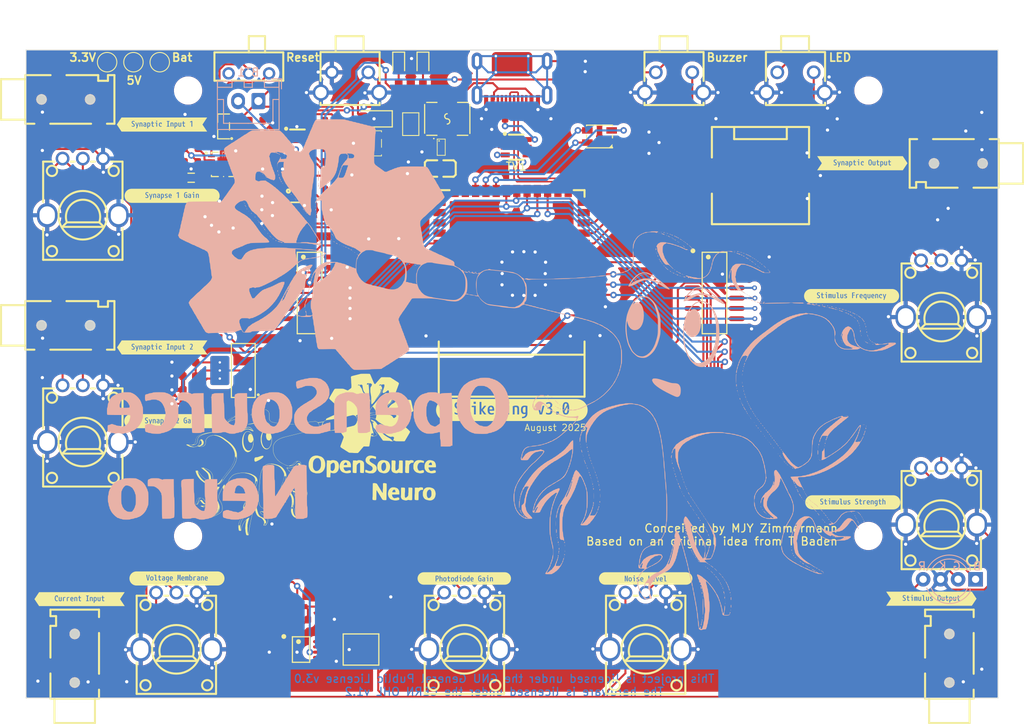
<source format=kicad_pcb>
(kicad_pcb (version 20241229) (generator "pcbnew") (generator_version "9.0")
  (layers (0 "F.Cu" signal) (2 "B.Cu" signal) (13 "F.Paste" user) (15 "B.Paste" user) (5 "F.SilkS" user "F.Silkscreen") (7 "B.SilkS" user "B.Silkscreen") (1 "F.Mask" user) (3 "B.Mask" user) (25 "Edge.Cuts" user))
  (net 0 "")
  (net 1 "Net-(C1-Pad1)")
  (net 2 "+5V")
  (net 3 "En")
  (net 4 "Boot")
  (net 5 "+3.3V")
  (net 6 "GNDREF")
  (net 7 "PhotoDiode")
  (net 8 "Net-(C11-Pad1)")
  (net 9 "Spike_Buzzer")
  (net 10 "Net-(B1-Pad1)")
  (net 11 "Net-(BT1--)")
  (net 13 "USB_D-")
  (net 15 "USB_D+")
  (net 16 "Net-(J1-CC2)")
  (net 17 "Net-(J1-CC1)")
  (net 18 "LightStimulus")
  (net 19 "Net-(J5-Pad3)")
  (net 20 "SynapseOut_Spike")
  (net 21 "Net-(D3-C)")
  (net 22 "BuzzerButton")
  (net 23 "LEDButton")
  (net 24 "CS1")
  (net 26 "Stim_GLED")
  (net 27 "Stim_RLED")
  (net 29 "Spike_BLED")
  (net 30 "SCK")
  (net 31 "Spike_GLED")
  (net 39 "CS2")
  (net 40 "Stim_BLED")
  (net 41 "Spike_RLED")
  (net 42 "MOSI")
  (net 44 "MISO")
  (net 45 "VoltageMembrane")
  (net 46 "PhotoGain")
  (net 47 "Noise")
  (net 48 "StimulusStrength")
  (net 49 "StimulusFrequency")
  (net 50 "SynapseGain1")
  (net 51 "SynapseGain2")
  (net 52 "CurrentInput")
  (net 54 "SynapseIn1")
  (net 55 "Synapse1_Spike")
  (net 56 "Synapse2_Spike")
  (net 57 "SynapseIn2")
  (net 58 "CurrentStimulus")
  (net 59 "SynapseOut")
  (net 60 "Net-(U12-VIN)")
  (net 61 "Net-(SW1-A)")
  (net 71 "unconnected-(U1-IO41-Pad34)")
  (net 73 "Net-(JP1-B)")
  (net 74 "VBUS")
  (net 75 "Net-(U6-PROG)")
  (net 76 "Net-(Q2-D)")
  (net 77 "Net-(J1-SHIELD)")
  (net 78 "Net-(SW5-A)")
  (net 79 "Pack+")
  (net 80 "Net-(U8-VAUX)")
  (net 81 "Net-(U7-BAT)")
  (net 82 "Net-(D2-Pad2)")
  (net 83 "Net-(U8-L)")
  (net 84 "Net-(U7-V-)")
  (net 85 "Net-(U8-FB)")
  (net 86 "Net-(Q2B-G2)")
  (net 88 "Net-(Q1-G1)")
  (net 90 "Net-(Q1-G2)")
  (net 91 "Net-(Q1-D1{slash}D2-Pad2)")
  (net 92 "Net-(D4-K)")
  (net 93 "Net-(D7-Pad2)")
  (net 94 "Net-(J1-VBUS-PadA9B4)")
  (net 95 "Net-(U10-VOUT)")
  (net 96 "Net-(Q2-G)")
  (net 97 "Net-(U8-UVLO)")
  (net 98 "Net-(U12-ST)")
  (net 99 "Net-(U7-DOUT)")
  (net 100 "Net-(U7-COUT)")
  (footprint "Maxime:RES-TH_RK09D1130C2P" (layer "F.Cu") (at 154.12 120.5 180)
    (property "Reference" "VR2")
    (property "Value" "10kΩ")
  )
  (footprint "PCM_JLCPCB:R_0603" (layer "F.Cu") (at 144.97 65.24)
    (property "Reference" "R13")
    (property "Value" "2kΩ")
  )
  (footprint "PCM_JLCPCB:R_0603" (layer "F.Cu") (at 148.99 54.84 90)
    (property "Reference" "R18")
    (property "Value" "5.1kΩ")
  )
  (footprint "PCM_JLCPCB:C_0603" (layer "F.Cu") (at 133.04 87.26)
    (property "Reference" "C2")
    (property "Value" "10uF")
  )
  (footprint "Maxime:Spiky20h" (layer "F.Cu") (at 134.775 99.925)
    (property "Reference" "G***" (hide yes))
    (property "Value" "LOGO" (hide yes))
  )
  (footprint "Maxime:SOIC-16_L9.9-W3.9-P1.27-LS6.0-BL" (layer "F.Cu") (at 135 80 -90)
    (property "Reference" "U3")
    (property "Value" "MCP3208T-CI/SL")
  )
  (footprint "kibuzzard-6893830F" (layer "F.Cu") (at 154.1 115.25)
    (property "Reference" "kibuzzard-6893830F" (hide yes))
    (property "Value" "G***" (hide yes))
  )
  (footprint "PCM_JLCPCB:R_0603" (layer "F.Cu") (at 210.025 68.825 -90)
    (property "Reference" "R9")
    (property "Value" "10Ω")
  )
  (footprint "Maxime:AUDIO-SMD_PJ-320B" (layer "F.Cu") (at 105.5 84 90)
    (property "Reference" "J4")
    (property "Value" "PJ-320B贴片")
    (fp_poly (pts (xy 0.64687 -3.663711) (xy 0.622011 -3.788685) (xy 0.573249 -3.906408) (xy 0.502457 -4.012356) (xy 0.412356 -4.102457) (xy 0.306408 -4.173249) (xy 0.188685 -4.222011) (xy 0.063711 -4.24687) (xy -0.063711 -4.24687) (xy -0.188685 -4.222011) (xy -0.306408 -4.173249) (xy -0.412356 -4.102457) (xy -0.502457 -4.012356) (xy -0.573249 -3.906408) (xy -0.622011 -3.788685) (xy -0.64687 -3.663711) (xy -0.64687 -3.536289) (xy -0.622011 -3.411315) (xy -0.573249 -3.293592) (xy -0.502457 -3.187644) (xy -0.412356 -3.097543) (xy -0.306408 -3.026751) (xy -0.188685 -2.977989) (xy -0.063711 -2.95313) (xy 0.063711 -2.95313) (xy 0.188685 -2.977989) (xy 0.306408 -3.026751) (xy 0.412356 -3.097543) (xy 0.502457 -3.187644) (xy 0.573249 -3.293592) (xy 0.622011 -3.411315) (xy 0.64687 -3.536289)) (fill yes) (layer "Edge.Cuts"))
    (fp_poly (pts (xy 0.64687 2.336289) (xy 0.622011 2.211315) (xy 0.573249 2.093592) (xy 0.502457 1.987644) (xy 0.412356 1.897543) (xy 0.306408 1.826751) (xy 0.188685 1.777989) (xy 0.063711 1.75313) (xy -0.063711 1.75313) (xy -0.188685 1.777989) (xy -0.306408 1.826751) (xy -0.412356 1.897543) (xy -0.502457 1.987644) (xy -0.573249 2.093592) (xy -0.622011 2.211315) (xy -0.64687 2.336289) (xy -0.64687 2.463711) (xy -0.622011 2.588685) (xy -0.573249 2.706408) (xy -0.502457 2.812356) (xy -0.412356 2.902457) (xy -0.306408 2.973249) (xy -0.188685 3.022011) (xy -0.063711 3.04687) (xy 0.063711 3.04687) (xy 0.188685 3.022011) (xy 0.306408 2.973249) (xy 0.412356 2.902457) (xy 0.502457 2.812356) (xy 0.573249 2.706408) (xy 0.622011 2.588685) (xy 0.64687 2.463711)) (fill yes) (layer "Edge.Cuts"))
  )
  (footprint "PCM_JLCPCB:C_0603" (layer "F.Cu") (at 120.155 90.28 180)
    (property "Reference" "C3" (hide yes))
    (property "Value" "22uF")
  )
  (footprint "kibuzzard-6893832F" (layer "F.Cu") (at 202.075 105.85)
    (property "Reference" "kibuzzard-6893832F" (hide yes))
    (property "Value" "G***" (hide yes))
  )
  (footprint "TestPoint:TestPoint_Pad_D2.0mm" (layer "F.Cu") (at 110 51.5)
    (property "Reference" "TP2")
    (property "Value" "TestPoint")
  )
  (footprint "PCM_JLCPCB:R_0603" (layer "F.Cu") (at 120.38 63.82 180)
    (property "Reference" "R25" (hide yes))
    (property "Value" "100kΩ")
  )
  (footprint "kibuzzard-68938494" (layer "F.Cu") (at 211.775 117.75)
    (property "Reference" "kibuzzard-68938494" (hide yes))
    (property "Value" "G***" (hide yes))
  )
  (footprint "PCM_JLCPCB:C_0603" (layer "F.Cu") (at 128.32 68.84)
    (property "Reference" "C25" (hide yes))
    (property "Value" "22uF")
  )
  (footprint "kibuzzard-689381E8" (layer "F.Cu") (at 118.625 115.25)
    (property "Reference" "kibuzzard-689381E8" (hide yes))
    (property "Value" "G***" (hide yes))
  )
  (footprint "PCM_JLCPCB:C_0603" (layer "F.Cu") (at 128.32 70.54)
    (property "Reference" "C23" (hide yes))
    (property "Value" "100nF")
  )
  (footprint "PCM_JLCPCB:D_SOD-123FL" (layer "F.Cu") (at 143 58.5 180)
    (property "Reference" "D1" (hide yes))
    (property "Value" "SMF6.0AQ")
  )
  (footprint "kibuzzard-689382F1" (layer "F.Cu") (at 118.025 68)
    (property "Reference" "kibuzzard-689382F1" (hide yes))
    (property "Value" "G***" (hide yes))
  )
  (footprint "PCM_JLCPCB:C_0603" (layer "F.Cu") (at 128.32 72.24)
    (property "Reference" "C17")
    (property "Value" "22uF")
  )
  (footprint "Maxime:AUDIO-SMD_PJ-320B" (layer "F.Cu") (at 214 124.5 180)
    (property "Reference" "J5")
    (property "Value" "PJ-320B贴片")
    (fp_poly (pts (xy 0.64687 2.336289) (xy 0.622011 2.211315) (xy 0.573249 2.093592) (xy 0.502457 1.987644) (xy 0.412356 1.897543) (xy 0.306408 1.826751) (xy 0.188685 1.777989) (xy 0.063711 1.75313) (xy -0.063711 1.75313) (xy -0.188685 1.777989) (xy -0.306408 1.826751) (xy -0.412356 1.897543) (xy -0.502457 1.987644) (xy -0.573249 2.093592) (xy -0.622011 2.211315) (xy -0.64687 2.336289) (xy -0.64687 2.463711) (xy -0.622011 2.588685) (xy -0.573249 2.706408) (xy -0.502457 2.812356) (xy -0.412356 2.902457) (xy -0.306408 2.973249) (xy -0.188685 3.022011) (xy -0.063711 3.04687) (xy 0.063711 3.04687) (xy 0.188685 3.022011) (xy 0.306408 2.973249) (xy 0.412356 2.902457) (xy 0.502457 2.812356) (xy 0.573249 2.706408) (xy 0.622011 2.588685) (xy 0.64687 2.463711)) (fill yes) (layer "Edge.Cuts"))
    (fp_poly (pts (xy 0.64687 -3.663711) (xy 0.622011 -3.788685) (xy 0.573249 -3.906408) (xy 0.502457 -4.012356) (xy 0.412356 -4.102457) (xy 0.306408 -4.173249) (xy 0.188685 -4.222011) (xy 0.063711 -4.24687) (xy -0.063711 -4.24687) (xy -0.188685 -4.222011) (xy -0.306408 -4.173249) (xy -0.412356 -4.102457) (xy -0.502457 -4.012356) (xy -0.573249 -3.906408) (xy -0.622011 -3.788685) (xy -0.64687 -3.663711) (xy -0.64687 -3.536289) (xy -0.622011 -3.411315) (xy -0.573249 -3.293592) (xy -0.502457 -3.187644) (xy -0.412356 -3.097543) (xy -0.306408 -3.026751) (xy -0.188685 -2.977989) (xy -0.063711 -2.95313) (xy 0.063711 -2.95313) (xy 0.188685 -2.977989) (xy 0.306408 -3.026751) (xy 0.412356 -3.097543) (xy 0.502457 -3.187644) (xy 0.573249 -3.293592) (xy 0.622011 -3.411315) (xy 0.64687 -3.536289)) (fill yes) (layer "Edge.Cuts"))
  )
  (footprint "PCM_JLCPCB:R_0603" (layer "F.Cu") (at 120.38 62.12 180)
    (property "Reference" "R28" (hide yes))
    (property "Value" "330kΩ")
  )
  (footprint "PCM_JLCPCB:R_0603" (layer "F.Cu") (at 133.975 120.325 180)
    (property "Reference" "R7")
    (property "Value" "1MΩ")
  )
  (footprint "Maxime:SOT-23-5_L3.0-W1.7-P0.95-LS2.8-BR" (layer "F.Cu") (at 142.98 61.52 180)
    (property "Reference" "U6")
    (property "Value" "MCP73812T-420I/OT")
  )
  (footprint "PCM_JLCPCB:R_0603" (layer "F.Cu") (at 137.69 65.52)
    (property "Reference" "R15" (hide yes))
    (property "Value" "100Ω")
  )
  (footprint "PCM_JLCPCB:R_0603" (layer "F.Cu") (at 218 118.225 90)
    (property "Reference" "R8")
    (property "Value" "100Ω")
  )
  (footprint "Maxime:WIFIM-SMD_ESP32-S3-WROOM-1-N8" (layer "F.Cu") (at 159.95 76.3555 180)
    (property "Reference" "U1")
    (property "Value" "ESP32-S3-WROOM-1-N4")
  )
  (footprint "PCM_JLCPCB:SOT-223-3_L6.5-W3.4-P2.30-LS7.0-BR" (layer "F.Cu") (at 126.915 89.57)
    (property "Reference" "U2")
    (property "Value" "AMS1117")
  )
  (footprint "Maxime:RES-TH_RK09D1130C2P" (layer "F.Cu") (at 118.55 120.5 180)
    (property "Reference" "VR1")
    (property "Value" "10kΩ")
  )
  (footprint "PCM_JLCPCB:R_0603" (layer "F.Cu") (at 137.69 68.92 180)
    (property "Reference" "R19" (hide yes))
    (property "Value" "1kΩ")
  )
  (footprint "Maxime:LED-SMD_4P-L3.2-W2.8-BL" (layer "F.Cu") (at 170.8 60.675)
    (property "Reference" "D4")
    (property "Value" "MHPC3528CRGBCT")
  )
  (footprint "PCM_JLCPCB:C_0402" (layer "F.Cu") (at 171.025 82.72)
    (property "Reference" "C5")
    (property "Value" "100nF")
  )
  (footprint "kibuzzard-68938370" (layer "F.Cu") (at 116.775 59.2)
    (property "Reference" "kibuzzard-68938370" (hide yes))
    (property "Value" "G***" (hide yes))
  )
  (footprint "PCM_JLCPCB:R_0603" (layer "F.Cu") (at 128.38 62.12 180)
    (property "Reference" "R16" (hide yes))
    (property "Value" "180kΩ")
  )
  (footprint "PCM_JLCPCB:C_0603" (layer "F.Cu") (at 140.9 63.82 180)
    (property "Reference" "C14")
    (property "Value" "4.7uF")
  )
  (footprint "Maxime:SW-TH_MMP122-R" (layer "F.Cu") (at 127.5 52.885034 180)
    (property "Reference" "SW5")
    (property "Value" "SW_Nidec_CAS-120A1")
  )
  (footprint "Maxime:RES-TH_RK09D1130C2P" (layer "F.Cu") (at 213 105.1 180)
    (property "Reference" "VR5")
    (property "Value" "10kΩ")
  )
  (footprint "Maxime:BUZ-TH_L12.0-W12.0" (layer "F.Cu") (at 190.675 65.5)
    (property "Reference" "B1")
    (property "Value" "4kHz")
  )
  (footprint "Jumper:SolderJumper-2_P1.3mm_Open_Pad1.0x1.5mm" (layer "F.Cu") (at 147.49 59.15 -90)
    (property "Reference" "JP1")
    (property "Value" "Jumper")
  )
  (footprint "Maxime:SOT-23-6_L2.9-W1.6-P0.95-LS2.8-BR" (layer "F.Cu") (at 133.5 61.364 180)
    (property "Reference" "Q1")
    (property "Value" "FS8205A")
  )
  (footprint "kibuzzard-689383D8" (layer "F.Cu") (at 106.6 117.8)
    (property "Reference" "kibuzzard-689383D8" (hide yes))
    (property "Value" "G***" (hide yes))
  )
  (footprint "Maxime:WSON-6_L1.5-W1.5-P0.50-TL" (layer "F.Cu") (at 133.73 67.92)
    (property "Reference" "U7")
    (property "Value" "BQ29700DSER")
  )
  (footprint "MountingHole:MountingHole_3mm" (layer "F.Cu") (at 204 55)
    (property "Reference" "H2" (hide yes))
    (property "Value" "MountingHole")
  )
  (footprint "PCM_JLCPCB:R_0603" (layer "F.Cu") (at 198.075 58.5)
    (property "Reference" "R12")
    (property "Value" "10kΩ")
  )
  (footprint "PCM_JLCPCB:R_0603" (layer "F.Cu") (at 147 69.97 90)
    (property "Reference" "R5" (hide yes))
    (property "Value" "100Ω")
  )
  (footprint "kibuzzard-689384BB" (layer "F.Cu") (at 203.25 63.975)
    (property "Reference" "kibuzzard-689384BB" (hide yes))
    (property "Value" "G***" (hide yes))
  )
  (footprint "Maxime:VSSOP-8_L3.0-W3.0-P0.65-LS4.9-BL" (layer "F.Cu") (at 133.95 124.025 -90)
    (property "Reference" "U5")
    (property "Value" "OPA380AIDGKR")
  )
  (footprint "PCM_JLCPCB:C_0603" (layer "F.Cu") (at 166.94 51.37)
    (property "Reference" "C19" (hide yes))
    (property "Value" "1nF")
  )
  (footprint "PCM_JLCPCB:SW_TS-1088-AR02016" (layer "F.Cu") (at 144.225 71.225 -90)
    (property "Reference" "SW1")
    (property "Value" "Tactile Button, 160gf")
  )
  (footprint "PCM_JLCPCB:C_0402" (layer "F.Cu") (at 140 75.55)
    (property "Reference" "C7" (hide yes))
    (property "Value" "100nF")
  )
  (footprint "kibuzzard-689383B5" (layer "F.Cu") (at 116.8 86.725)
    (property "Reference" "kibuzzard-689383B5" (hide yes))
    (property "Value" "G***" (hide yes))
  )
  (footprint "PCM_JLCPCB:C_0603" (layer "F.Cu") (at 120.38 60.42 180)
    (property "Reference" "C16")
    (property "Value" "1uF")
  )
  (footprint "PCM_JLCPCB:C_0603" (layer "F.Cu") (at 137.65 70.62)
    (property "Reference" "C18")
    (property "Value" "100nF")
  )
  (footprint "PCM_JLCPCB:C_0402" (layer "F.Cu") (at 190.05 75.55 180)
    (property "Reference" "C8")
    (property "Value" "100nF")
  )
  (footprint "MountingHole:MountingHole_3mm" (layer "F.Cu") (at 120 55)
    (property "Reference" "H1" (hide yes))
    (property "Value" "MountingHole")
  )
  (footprint "PCM_JLCPCB:R_0603" (layer "F.Cu") (at 128.38 60.42)
    (property "Reference" "R17" (hide yes))
    (property "Value" "100kΩ")
  )
  (footprint "Maxime:F1812" (layer "F.Cu") (at 152 58.5 180)
    (property "Reference" "U9")
    (property "Value" "MF-MSMF050-2")
  )
  (footprint "PCM_JLCPCB:R_0603" (layer "F.Cu") (at 146 54.84 90)
    (property "Reference" "R3")
    (property "Value" "5.1kΩ")
  )
  (footprint "kibuzzard-6893831F" (layer "F.Cu") (at 176.5 115.25)
    (property "Reference" "kibuzzard-6893831F" (hide yes))
    (property "Value" "G***" (hide yes))
  )
  (footprint "Maxime:AUDIO-SMD_PJ-320B" (layer "F.Cu") (at 214.5 64 -90)
    (property "Reference" "J6")
    (property "Value" "PJ-320B贴片")
    (fp_poly (pts (xy 0.64687 2.336289) (xy 0.622011 2.211315) (xy 0.573249 2.093592) (xy 0.502457 1.987644) (xy 0.412356 1.897543) (xy 0.306408 1.826751) (xy 0.188685 1.777989) (xy 0.063711 1.75313) (xy -0.063711 1.75313) (xy -0.188685 1.777989) (xy -0.306408 1.826751) (xy -0.412356 1.897543) (xy -0.502457 1.987644) (xy -0.573249 2.093592) (xy -0.622011 2.211315) (xy -0.64687 2.336289) (xy -0.64687 2.463711) (xy -0.622011 2.588685) (xy -0.573249 2.706408) (xy -0.502457 2.812356) (xy -0.412356 2.902457) (xy -0.306408 2.973249) (xy -0.188685 3.022011) (xy -0.063711 3.04687) (xy 0.063711 3.04687) (xy 0.188685 3.022011) (xy 0.306408 2.973249) (xy 0.412356 2.902457) (xy 0.502457 2.812356) (xy 0.573249 2.706408) (xy 0.622011 2.588685) (xy 0.64687 2.463711)) (fill yes) (layer "Edge.Cuts"))
    (fp_poly (pts (xy 0.64687 -3.663711) (xy 0.622011 -3.788685) (xy 0.573249 -3.906408) (xy 0.502457 -4.012356) (xy 0.412356 -4.102457) (xy 0.306408 -4.173249) (xy 0.188685 -4.222011) (xy 0.063711 -4.24687) (xy -0.063711 -4.24687) (xy -0.188685 -4.222011) (xy -0.306408 -4.173249) (xy -0.412356 -4.102457) (xy -0.502457 -4.012356) (xy -0.573249 -3.906408) (xy -0.622011 -3.788685) (xy -0.64687 -3.663711) (xy -0.64687 -3.536289) (xy -0.622011 -3.411315) (xy -0.573249 -3.293592) (xy -0.502457 -3.187644) (xy -0.412356 -3.097543) (xy -0.306408 -3.026751) (xy -0.188685 -2.977989) (xy -0.063711 -2.95313) (xy 0.063711 -2.95313) (xy 0.188685 -2.977989) (xy 0.306408 -3.026751) (xy 0.412356 -3.097543) (xy 0.502457 -3.187644) (xy 0.573249 -3.293592) (xy 0.622011 -3.411315) (xy 0.64687 -3.536289)) (fill yes) (layer "Edge.Cuts"))
  )
  (footprint "Maxime:AUDIO-SMD_PJ-320B" (layer "F.Cu") (at 105.5 56.1 90)
    (property "Reference" "J3")
    (property "Value" "PJ-320B贴片")
    (fp_poly (pts (xy 0.64687 -3.663711) (xy 0.622011 -3.788685) (xy 0.573249 -3.906408) (xy 0.502457 -4.012356) (xy 0.412356 -4.102457) (xy 0.306408 -4.173249) (xy 0.188685 -4.222011) (xy 0.063711 -4.24687) (xy -0.063711 -4.24687) (xy -0.188685 -4.222011) (xy -0.306408 -4.173249) (xy -0.412356 -4.102457) (xy -0.502457 -4.012356) (xy -0.573249 -3.906408) (xy -0.622011 -3.788685) (xy -0.64687 -3.663711) (xy -0.64687 -3.536289) (xy -0.622011 -3.411315) (xy -0.573249 -3.293592) (xy -0.502457 -3.187644) (xy -0.412356 -3.097543) (xy -0.306408 -3.026751) (xy -0.188685 -2.977989) (xy -0.063711 -2.95313) (xy 0.063711 -2.95313) (xy 0.188685 -2.977989) (xy 0.306408 -3.026751) (xy 0.412356 -3.097543) (xy 0.502457 -3.187644) (xy 0.573249 -3.293592) (xy 0.622011 -3.411315) (xy 0.64687 -3.536289)) (fill yes) (layer "Edge.Cuts"))
    (fp_poly (pts (xy 0.64687 2.336289) (xy 0.622011 2.211315) (xy 0.573249 2.093592) (xy 0.502457 1.987644) (xy 0.412356 1.897543) (xy 0.306408 1.826751) (xy 0.188685 1.777989) (xy 0.063711 1.75313) (xy -0.063711 1.75313) (xy -0.188685 1.777989) (xy -0.306408 1.826751) (xy -0.412356 1.897543) (xy -0.502457 1.987644) (xy -0.573249 2.093592) (xy -0.622011 2.211315) (xy -0.64687 2.336289) (xy -0.64687 2.463711) (xy -0.622011 2.588685) (xy -0.573249 2.706408) (xy -0.502457 2.812356) (xy -0.412356 2.902457) (xy -0.306408 2.973249) (xy -0.188685 3.022011) (xy -0.063711 3.04687) (xy 0.063711 3.04687) (xy 0.188685 3.022011) (xy 0.306408 2.973249) (xy 0.412356 2.902457) (xy 0.502457 2.812356) (xy 0.573249 2.706408) (xy 0.622011 2.588685) (xy 0.64687 2.463711)) (fill yes) (layer "Edge.Cuts"))
  )
  (footprint "PCM_JLCPCB:C_0603" (layer "F.Cu") (at 212.5 68.78 -90)
    (property "Reference" "C11")
    (property "Value" "1nF")
  )
  (footprint "PCM_JLCPCB:TYPE-C-SMD_HX-TYPE-C-16PIN" (layer "F.Cu") (at 160 53.75 180)
    (property "Reference" "J1" (hide yes))
    (property "Value" "Connector, USB-TYPE-C-16P")
  )
  (footprint "TestPoint:TestPoint_Pad_D2.0mm" (layer "F.Cu") (at 113.25 51.5)
    (property "Reference" "TP1")
    (property "Value" "TestPoint")
  )
  (footprint "Maxime:KEY-TH_4P-L7.5-W6.8-P4.50-LS7.2" (layer "F.Cu") (at 180 54 180)
    (property "Reference" "SW3")
    (property "Value" "SKHHLVA010")
  )
  (footprint "PCM_JLCPCB:C_0603" (layer "F.Cu") (at 128.34 65.52)
    (property "Reference" "C22" (hide yes))
    (property "Value" "100nF")
  )
  (footprint "PCM_JLCPCB:C_0402" (layer "F.Cu") (at 133.975 118.725)
    (property "Reference" "C10")
    (property "Value" "3.3pF")
  )
  (footprint "Maxime:KEY-TH_4P-L7.5-W6.8-P4.50-LS7.2" (layer "F.Cu") (at 140 54 180)
    (property "Reference" "SW2")
    (property "Value" "SKHHLVA010")
  )
  (footprint "PCM_JLCPCB:R_0603" (layer "F.Cu") (at 166.98 52.68)
    (property "Reference" "R20" (hide yes))
    (property "Value" "1MΩ")
  )
  (footprint "PCM_JLCPCB:C_0402" (layer "F.Cu") (at 138.01 121.96 90)
    (property "Reference" "C9" (hide yes))
    (property "Value" "100nF")
  )
  (footprint "PCM_JLCPCB:R_0603" (layer "F.Cu") (at 137.69 60.42 180)
    (property "Reference" "R22" (hide yes))
    (property "Value" "100kΩ")
  )
  (footprint "PCM_JLCPCB:R_0603" (layer "F.Cu") (at 137.69 67.22)
    (property "Reference" "R21" (hide yes))
    (property "Value" "100kΩ")
  )
  (footprint "PCM_JLCPCB:D_0603" (layer "F.Cu") (at 149 51.75 -90)
    (property "Reference" "D7")
    (property "Value" "Red")
  )
  (footprint "PCM_JLCPCB:R_0603" (layer "F.Cu") (at 133.54 63.82 180)
    (property "Reference" "R15")
    (property "Value" "2.2kΩ")
  )
  (footprint "PCM_JLCPCB:R_0603" (layer "F.Cu") (at 183.075 58.5)
    (property "Reference" "R11")
    (property "Value" "10kΩ")
  )
  (footprint "Maxime:SENSOR-TH_BPW34S-Z" (layer "F.Cu") (at 141.35 124.025)
    (property "Reference" "D3")
    (property "Value" "BPW34S-Z")
  )
  (footprint "PCM_JLCPCB:C_0603" (layer "F.Cu") (at 120.15 91.96 180)
    (property "Reference" "C4" (hide yes))
    (property "Value" "100nF")
  )
  (footprint "PCM_JLCPCB:R_0603" (layer "F.Cu") (at 128.38 58.72 180)
    (property "Reference" "R26" (hide yes))
    (property "Value" "100Ω")
  )
  (footprint "PCM_JLCPCB:C_0603" (layer "F.Cu") (at 120.155 88.58 180)
    (property "Reference" "C1" (hide yes))
    (property "Value" "22uF")
  )
  (footprint "Maxime:SC-70-6_L2.0-W1.3-P0.65-LS2.1-BL" (layer "F.Cu") (at 151.25 62 -90)
    (property "Reference" "U10")
    (property "Value" "LM66100DCKR")
  )
  (footprint "PCM_JLCPCB:R_0603" (layer "F.Cu") (at 172.5 52.75 180)
    (property "Reference" "R4")
    (property "Value" "10kΩ")
  )
  (footprint "PCM_JLCPCB:C_0402" (layer "F.Cu") (at 182 66 90)
    (property "Reference" "C12")
    (property "Value" "100nF")
  )
  (footprint "PCM_JLCPCB:L_0805" (layer "F.Cu") (at 120.38 65.77)
    (property "Reference" "L2")
    (property "Value" "2.2uH")
  )
  (footprint "MountingHole:MountingHole_3mm" (layer "F.Cu") (at 204 110)
    (property "Reference" "H3" (hide yes))
    (property "Value" "MountingHole")
  )
  (footprint "PCM_JLCPCB:R_0603" (layer "F.Cu") (at 137.69 62.12)
    (property "Reference" "R24" (hide yes))
    (property "Value" "100kΩ")
  )
  (footprint "Maxime:RES-TH_RK09D1130C2P" (layer "F.Cu") (at 107 66.9 180)
    (property "Reference" "VR6")
    (property "Value" "10kΩ")
  )
  (footprint "kibuzzard-68938301" (layer "F.Cu") (at 117.975 95.825)
    (property "Reference" "kibuzzard-68938301" (hide yes))
    (property "Value" "G***" (hide yes))
  )
  (footprint "Maxime:RES-TH_RK09D1130C2P" (layer "F.Cu") (at 213 79.472 180)
    (property "Reference" "VR4")
    (property "Value" "10kΩ")
  )
  (footprint "Maxime:L0805" (layer "F.Cu") (at 151.1 64.63 180)
    (property "Reference" "L1")
    (property "Value" "BLM21PG221SN1D")
  )
  (footprint "Maxime:SOIC-16_L9.9-W3.9-P1.27-LS6.0-BL" (layer "F.Cu") (at 185 80 -90)
    (property "Reference" "U4")
    (property "Value" "MCP3208T-CI/SL")
  )
  (footprint "Maxime:RES-TH_RK09D1130C2P" (layer "F.Cu") (at 176.5 120.5 180)
    (property "Reference" "VR3")
    (property "Value" "10kΩ")
  )
  (footprint "PCM_JLCPCB:C_0603" (layer "F.Cu") (at 128.34 67.22)
    (property "Reference" "C21" (hide yes))
    (property "Value" "10uF")
  )
  (footprint "PCM_JLCPCB:R_0603" (layer "F.Cu") (at 176.075 61.425)
    (property "Reference" "R10")
    (property "Value" "100Ω")
  )
  (footprint "PCM_JLCPCB:SOT-23-3_L2.9-W1.3-P1.90-LS2.4-BR" (layer "F.Cu") (at 124.38 59.43)
    (property "Reference" "Q2" (hide yes))
    (property "Value" "P-MOSFET")
  )
  (footprint "TestPoint:TestPoint_Pad_D2.0mm" (layer "F.Cu") (at 116.5 51.5)
    (property "Reference" "TP3")
    (property "Value" "TestPoint")
  )
  (footprint "Maxime:KEY-TH_4P-L7.5-W6.8-P4.50-LS7.2" (layer "F.Cu") (at 195 54 180)
    (property "Reference" "SW4")
    (property "Value" "SKHHLVA010")
  )
  (footprint "PCM_JLCPCB:R_0603" (layer "F.Cu") (at 120.15 93.68)
    (property "Reference" "R6")
    (property "Value" "0Ω")
  )
  (footprint "PCM_JLCPCB:R_0603" (layer "F.Cu") (at 137.69 58.72 180)
    (property "Reference" "R21" (hide yes))
    (property "Value" "100Ω")
  )
  (footprint "PCM_JLCPCB:C_0603" (layer "F.Cu") (at 133.58 65.52 180)
    (property "Reference" "C20" (hide yes))
    (property "Value" "100nF")
  )
  (footprint "Maxime:VSON-10_L3.0-W3.0-P0.50-TL-EP_TPS62410DRCR" (layer "F.Cu") (at 124.38 64.121)
    (property "Reference" "U8")
    (property "Value" "TPS61200DRCR")
  )
  (footprint "kibuzzard-6893833B" (layer "F.Cu") (at 201.925 80.375)
    (property "Reference" "kibuzzard-6893833B" (hide yes))
    (property "Value" "G***" (hide yes))
  )
  (footprint "Maxime:RES-TH_RK09D1130C2P" (layer "F.Cu") (at 107 94.9 180)
    (property "Reference" "VR7")
    (property "Value" "10kΩ")
  )
  (footprint "PCM_JLCPCB:R_0603" (layer "F.Cu") (at 137.69 63.82 180)
    (property "Reference" "R23" (hide yes))
    (property "Value" "100Ω")
  )
  (footprint "PCM_JLCPCB:C_0402" (layer "F.Cu") (at 147 72.75 -90)
    (property "Reference" "C6" (hide yes))
    (property "Value" "100nF")
  )
  (footprint "MountingHole:MountingHole_3mm" (layer "F.Cu") (at 120 110)
    (property "Reference" "H4" (hide yes))
    (property "Value" "MountingHole")
  )
  (footprint "PCM_JLCPCB:R_0603" (layer "F.Cu") (at 158.32 58.5)
    (property "Reference" "R2")
    (property "Value" "5.1kΩ")
  )
  (footprint "Maxime:AUDIO-SMD_PJ-320B" (layer "F.Cu") (at 106 124.5 180)
    (property "Reference" "J2")
    (property "Value" "PJ-320B贴片")
    (fp_poly (pts (xy 0.64687 2.336289) (xy 0.622011 2.211315) (xy 0.573249 2.093592) (xy 0.502457 1.987644) (xy 0.412356 1.897543) (xy 0.306408 1.826751) (xy 0.188685 1.777989) (xy 0.063711 1.75313) (xy -0.063711 1.75313) (xy -0.188685 1.777989) (xy -0.306408 1.826751) (xy -0.412356 1.897543) (xy -0.502457 1.987644) (xy -0.573249 2.093592) (xy -0.622011 2.211315) (xy -0.64687 2.336289) (xy -0.64687 2.463711) (xy -0.622011 2.588685) (xy -0.573249 2.706408) (xy -0.502457 2.812356) (xy -0.412356 2.902457) (xy -0.306408 2.973249) (xy -0.188685 3.022011) (xy -0.063711 3.04687) (xy 0.063711 3.04687) (xy 0.188685 3.022011) (xy 0.306408 2.973249) (xy 0.412356 2.902457) (xy 0.502457 2.812356) (xy 0.573249 2.706408) (xy 0.622011 2.588685) (xy 0.64687 2.463711)) (fill yes) (layer "Edge.Cuts"))
    (fp_poly (pts (xy 0.64687 -3.663711) (xy 0.622011 -3.788685) (xy 0.573249 -3.906408) (xy 0.502457 -4.012356) (xy 0.412356 -4.102457) (xy 0.306408 -4.173249) (xy 0.188685 -4.222011) (xy 0.063711 -4.24687) (xy -0.063711 -4.24687) (xy -0.188685 -4.222011) (xy -0.306408 -4.173249) (xy -0.412356 -4.102457) (xy -0.502457 -4.012356) (xy -0.573249 -3.906408) (xy -0.622011 -3.788685) (xy -0.64687 -3.663711) (xy -0.64687 -3.536289) (xy -0.622011 -3.411315) (xy -0.573249 -3.293592) (xy -0.502457 -3.187644) (xy -0.412356 -3.097543) (xy -0.306408 -3.026751) (xy -0.188685 -2.977989) (xy -0.063711 -2.95313) (xy 0.063711 -2.95313) (xy 0.188685 -2.977989) (xy 0.306408 -3.026751) (xy 0.412356 -3.097543) (xy 0.502457 -3.187644) (xy 0.573249 -3.293592) (xy 0.622011 -3.411315) (xy 0.64687 -3.536289)) (fill yes) (layer "Edge.Cuts"))
  )
  (footprint "PCM_JLCPCB:C_0603" (layer "F.Cu") (at 145.06 63.82)
    (property "Reference" "C13")
    (property "Value" "4.7uF")
  )
  (footprint "PCM_JLCPCB:R_0603" (layer "F.Cu") (at 162.68 58.5 180)
    (property "Reference" "R1")
    (property "Value" "5.1kΩ")
  )
  (footprint "PCM_JLCPCB:D_0603" (layer "F.Cu") (at 146 51.75 -90)
    (property "Reference" "D2")
    (property "Value" "Red")
  )
  (footprint "Maxime:SC-70-6_L2.0-W1.3-P0.65-LS2.1-BL" (layer "F.Cu") (at 123.97 70.24 -90)
    (property "Reference" "U12")
    (property "Value" "LM66100DCKR")
  )
  (footprint "PCM_JLCPCB:R_0603" (layer "F.Cu") (at 128.38 63.82)
    (property "Reference" "R14" (hide yes))
    (property "Value" "1MΩ")
  )
  (footprint "Maxime:SOT-23-6_L2.9-W1.6-P0.95-LS2.8-BR" (layer "F.Cu") (at 160.51 62 180)
    (property "Reference" "TV1")
    (property "Value" "SRV05-4-P-T7")
  )
  (footprint "kibuzzard-68972704" (layer "F.Cu") (at 159.975 94.45)
    (property "Reference" "kibuzzard-68972704" (hide yes))
    (property "Value" "G***" (hide yes))
  )
  (footprint "Connector_JST:JST_XH_B2B-XH-A_1x02_P2.50mm_Vertical" (layer "B.Cu") (at 128.675 56.3 180)
    (property "Reference" "BT1")
    (property "Value" "Battery_Cell")
  )
  (footprint "LOGO" (layer "B.Cu") (at 160 90 180)
    (property "Reference" "G***")
    (property "Value" "LOGO" (hide yes))
  )
  (footprint "LED_THT:LED_D5.0mm-4_RGB_Wide_Pins" (layer "B.Cu") (at 217.234 115.35 180)
    (property "Reference" "D5")
    (property "Value" "LED_BGKR")
  )
  (gr_line (start 220 130) (end 100 130) (stroke (width 0.1)) (layer "Edge.Cuts"))
  (gr_line (start 100 50) (end 220 50) (stroke (width 0.1)) (layer "Edge.Cuts"))
  (gr_line (start 220 50) (end 220 130) (stroke (width 0.1)) (layer "Edge.Cuts"))
  (gr_line (start 100 130) (end 100 50) (stroke (width 0.1)) (layer "Edge.Cuts"))
  (gr_text "This project is licensed under the GNU General Public License v3.0\nThe hardware is licensed under the CERN OHL v1.2" (at 159.02 128.43 0) (layer "B.Cu") (effects (font (size 1 1)) (justify mirror)))
  (gr_text "Buzzer" (at 183.92 51.5 0) (layer "F.SilkS") (effects (font (size 1 1) (thickness 0.2) (bold yes)) (justify left bottom)))
  (gr_text "Reset" (at 131.98 51.5 0) (layer "F.SilkS") (effects (font (size 1 1) (thickness 0.2) (bold yes)) (justify left bottom)))
  (gr_text "August 2025" (at 161.47 97.1 0) (layer "F.SilkS") (effects (font (size 0.8 0.8) (thickness 0.1) (bold yes)) (justify left bottom)))
  (gr_text "3.3V\n" (at 105.24 51.5 0) (layer "F.SilkS") (effects (font (size 1 1) (thickness 0.2) (bold yes)) (justify left bottom)))
  (gr_text "5V\n" (at 112.29 54.34 0) (layer "F.SilkS") (effects (font (size 1 1) (thickness 0.2) (bold yes)) (justify left bottom)))
  (gr_text "Bat" (at 117.89 51.5 0) (layer "F.SilkS") (effects (font (size 1 1) (thickness 0.2) (bold yes)) (justify left bottom)))
  (gr_text "Conceived by MJY Zimmermann\nBased on an original idea from T Baden" (at 200.3 111.25 0) (layer "F.SilkS") (effects (font (size 1 1)) (justify right bottom)))
  (gr_text "LED" (at 199.01 51.5 0) (layer "F.SilkS") (effects (font (size 1 1) (thickness 0.2) (bold yes)) (justify left bottom)))
  (gr_text "B  G K  R" (at 218.025 114.325 0) (layer "B.SilkS") (effects (font (size 1 1)) (justify left bottom mirror)))
  (segment (start 120.935 90.28) (end 120.935 88.58) (width 0.25) (layer "F.Cu") (net 1))
  (segment (start 146 55.66) (end 144.4 54.06) (width 0.25) (layer "F.Cu") (net 1))
  (segment (start 144.4 54.06) (end 144.4 52.49) (width 0.25) (layer "F.Cu") (net 1))
  (segment (start 120.935 91.98) (end 120.945 91.98) (width 0.25) (layer "F.Cu") (net 1))
  (segment (start 123.915 89.57) (end 129.885 89.57) (width 0.25) (layer "F.Cu") (net 1))
  (segment (start 120.945 88.57) (end 123.915 88.57) (width 0.25) (layer "F.Cu") (net 1))
  (segment (start 120.935 90.28) (end 120.935 91.98) (width 0.25) (layer "F.Cu") (net 1))
  (segment (start 120.945 91.98) (end 122.355 90.57) (width 0.25) (layer "F.Cu") (net 1))
  (segment (start 120.935 91.98) (end 120.935 93.68) (width 0.25) (layer "F.Cu") (net 1))
  (segment (start 120.935 88.58) (end 120.945 88.57) (width 0.25) (layer "F.Cu") (net 1))
  (segment (start 121.645 89.57) (end 123.915 89.57) (width 0.25) (layer "F.Cu") (net 1))
  (segment (start 122.355 90.57) (end 123.915 90.57) (width 0.25) (layer "F.Cu") (net 1))
  (segment (start 120.935 90.28) (end 121.645 89.57) (width 0.25) (layer "F.Cu") (net 1))
  (via (at 144.4 52.49) (size 0.8) (drill 0.4) (layers "F.Cu" "B.Cu") (net 1))
  (segment (start 136.493 57.86919) (end 140.756095 53.606095) (width 0.25) (layer "B.Cu") (net 1))
  (segment (start 143.484 51.574) (end 144.4 52.49) (width 0.25) (layer "B.Cu") (net 1))
  (segment (start 140.756095 52.580789) (end 141.762884 51.574) (width 0.25) (layer "B.Cu") (net 1))
  (segment (start 140.756095 53.606095) (end 140.756095 52.580789) (width 0.25) (layer "B.Cu") (net 1))
  (segment (start 136.493 78.587) (end 136.493 57.86919) (width 0.25) (layer "B.Cu") (net 1))
  (segment (start 125.51 89.57) (end 136.493 78.587) (width 0.25) (layer "B.Cu") (net 1))
  (segment (start 123.915 89.57) (end 125.51 89.57) (width 0.25) (layer "B.Cu") (net 1))
  (segment (start 141.762884 51.574) (end 143.484 51.574) (width 0.25) (layer "B.Cu") (net 1))
  (segment (start 121.28 71.33) (end 121.28 69.746066) (width 0.25) (layer "F.Cu") (net 2))
  (segment (start 141.24362 68.122) (end 142.87362 66.492) (width 0.25) (layer "F.Cu") (net 2))
  (segment (start 113.26 51.5) (end 113.25 51.5) (width 0.25) (layer "F.Cu") (net 2))
  (segment (start 148.257 65.83081) (end 148.257 65.23806) (width 0.25) (layer "F.Cu") (net 2))
  (segment (start 124.832 73.492) (end 129.746276 73.492) (width 0.25) (layer "F.Cu") (net 2))
  (segment (start 123.8 72.46) (end 124.832 73.492) (width 0.25) (layer "F.Cu") (net 2))
  (segment (start 125.07 69.59) (end 124.468 69.59) (width 0.25) (layer "F.Cu") (net 2))
  (segment (start 139.07681 71.881) (end 139.691 71.26681) (width 0.25) (layer "F.Cu") (net 2))
  (segment (start 121.28 69.746066) (end 118.103 66.569066) (width 0.25) (layer "F.Cu") (net 2))
  (segment (start 130.328905 71.998905) (end 130.44681 71.881) (width 0.25) (layer "F.Cu") (net 2))
  (segment (start 124.319 69.739) (end 124.319 71.941) (width 0.25) (layer "F.Cu") (net 2))
  (segment (start 139.691 71.26681) (end 139.691 68.379) (width 0.25) (layer "F.Cu") (net 2))
  (segment (start 126.94 87.27) (end 125.14 85.47) (width 0.25) (layer "F.Cu") (net 2))
  (segment (start 123.8 72.46) (end 122.41 72.46) (width 0.25) (layer "F.Cu") (net 2))
  (segment (start 122.41 72.46) (end 121.28 71.33) (width 0.25) (layer "F.Cu") (net 2))
  (segment (start 113.3 51.55) (end 113.25 51.5) (width 0.25) (layer "F.Cu") (net 2))
  (segment (start 118.103 66.569066) (end 118.103 56.343) (width 0.25) (layer "F.Cu") (net 2))
  (segment (start 130.44681 71.881) (end 139.07681 71.881) (width 0.25) (layer "F.Cu") (net 2))
  (segment (start 124.468 69.59) (end 124.319 69.739) (width 0.25) (layer "F.Cu") (net 2))
  (segment (start 129.885 87.27) (end 126.94 87.27) (width 0.25) (layer "F.Cu") (net 2))
  (segment (start 118.103 56.343) (end 113.26 51.5) (width 0.25) (layer "F.Cu") (net 2))
  (segment (start 139.691 68.379) (end 139.948 68.122) (width 0.25) (layer "F.Cu") (net 2))
  (segment (start 129.746276 73.492) (end 130.328905 72.909371) (width 0.25) (layer "F.Cu") (net 2))
  (segment (start 148.257 65.23806) (end 148.86506 64.63) (width 0.25) (layer "F.Cu") (net 2))
  (segment (start 148.86506 64.63) (end 150.134 64.63) (width 0.25) (layer "F.Cu") (net 2))
  (segment (start 129.885 87.27) (end 132.0925 87.27) (width 0.25) (layer "F.Cu") (net 2))
  (segment (start 130.328905 72.909371) (end 130.328905 71.998905) (width 0.25) (layer "F.Cu") (net 2))
  (segment (start 124.319 71.941) (end 123.8 72.46) (width 0.25) (layer "F.Cu") (net 2))
  (segment (start 129.875 87.26) (end 129.885 87.27) (width 0.25) (layer "F.Cu") (net 2))
  (segment (start 147.59581 66.492) (end 148.257 65.83081) (width 0.25) (layer "F.Cu") (net 2))
  (segment (start 139.948 68.122) (end 141.24362 68.122) (width 0.25) (layer "F.Cu") (net 2))
  (segment (start 142.87362 66.492) (end 147.59581 66.492) (width 0.25) (layer "F.Cu") (net 2))
  (via (at 125.135 85.465) (size 0.8) (drill 0.4) (layers "F.Cu" "B.Cu") (net 2))
  (via (at 123.8 72.46) (size 0.8) (drill 0.4) (layers "F.Cu" "B.Cu") (net 2))
  (segment (start 125.135 85.465) (end 123.8 84.13) (width 0.25) (layer "B.Cu") (net 2))
  (segment (start 125.17 85.5) (end 125.135 85.465) (width 0.25) (layer "B.Cu") (net 2))
  (segment (start 123.8 84.13) (end 123.8 72.46) (width 0.25) (layer "B.Cu") (net 2))
  (segment (start 170.525 82.72) (end 168.9 82.72) (width 0.25) (layer "F.Cu") (net 3))
  (segment (start 166.855 82.77) (end 166.825 82.8) (width 0.25) (layer "F.Cu") (net 3))
  (segment (start 170.791 53.639) (end 171.68 52.75) (width 0.25) (layer "F.Cu") (net 3))
  (segment (start 168.9 82.72) (end 168.85 82.77) (width 0.25) (layer "F.Cu") (net 3))
  (segment (start 152.897 53.639) (end 170.791 53.639) (width 0.25) (layer "F.Cu") (net 3))
  (segment (start 168.85 82.77) (end 166.855 82.77) (width 0.25) (layer "F.Cu") (net 3))
  (via (at 166.825 82.8) (size 0.8) (drill 0.4) (layers "F.Cu" "B.Cu") (net 3))
  (via (at 152.897 53.639) (size 0.8) (drill 0.4) (layers "F.Cu" "B.Cu") (net 3))
  (segment (start 166.82 82.8) (end 166.825 82.8) (width 0.25) (layer "B.Cu") (net 3))
  (segment (start 152.897 53.639) (end 152.896 53.64) (width 0.25) (layer "B.Cu") (net 3))
  (segment (start 143.14 53.64) (end 142.25 52.75) (width 0.25) (layer "B.Cu") (net 3))
  (segment (start 142.25 52.75) (end 136.944 58.056) (width 0.25) (layer "B.Cu") (net 3))
  (segment (start 142.14 87.375) (end 162.245 87.375) (width 0.25) (layer "B.Cu") (net 3))
  (segment (start 136.944 82.179) (end 142.14 87.375) (width 0.25) (layer "B.Cu") (net 3))
  (segment (start 152.896 53.64) (end 143.14 53.64) (width 0.25) (layer "B.Cu") (net 3))
  (segment (start 162.245 87.375) (end 166.82 82.8) (width 0.25) (layer "B.Cu") (net 3))
  (segment (start 136.944 58.056) (end 136.944 82.179) (width 0.25) (layer "B.Cu") (net 3))
  (segment (start 147 70.79) (end 147.805 70.79) (width 0.25) (layer "F.Cu") (net 4))
  (segment (start 151.17 68.755) (end 151.175 68.75) (width 0.25) (layer "F.Cu") (net 4))
  (segment (start 149.795 68.8) (end 151.05 68.8) (width 0.25) (layer "F.Cu") (net 4))
  (segment (start 147.805 70.79) (end 149.795 68.8) (width 0.25) (layer "F.Cu") (net 4))
  (segment (start 147 70.79) (end 147 72.25) (width 0.25) (layer "F.Cu") (net 4))
  (segment (start 219.864 52.064) (end 219.864 129.038) (width 0.25) (layer "F.Cu") (net 5))
  (segment (start 219.038 129.864) (end 219.85 129.052) (width 0.25) (layer "F.Cu") (net 5))
  (segment (start 218.15 50.35) (end 180.15 50.35) (width 0.25) (layer "F.Cu") (net 5))
  (segment (start 151.62 117) (end 145.5 123.12) (width 0.25) (layer "F.Cu") (net 5))
  (segment (start 189.75 74.351) (end 188.9395 74.351) (width 0.25) (layer "F.Cu") (net 5))
  (segment (start 138.01 122.46) (end 136.77 123.7) (width 0.25) (layer "F.Cu") (net 5))
  (segment (start 100.174 80.05) (end 100.174 79.75) (width 0.25) (layer "F.Cu") (net 5))
  (segment (start 109.3375 125.7625) (end 116.05 119.05) (width 0.25) (layer "F.Cu") (net 5))
  (segment (start 192.75 52.75) (end 195.15 50.35) (width 0.25) (layer "F.Cu") (net 5))
  (segment (start 134.22 77.468) (end 109.65 77.468) (width 0.25) (layer "F.Cu") (net 5))
  (segment (start 178.507 77.468) (end 171.985 83.99) (width 0.25) (layer "F.Cu") (net 5))
  (segment (start 100.174 67.726) (end 100.18 67.72) (width 0.25) (layer "F.Cu") (net 5))
  (segment (start 142.19719 122.46) (end 143.474 123.73681) (width 0.25) (layer "F.Cu") (net 5))
  (segment (start 147.425 129.864) (end 147.775 129.864) (width 0.25) (layer "F.Cu") (net 5))
  (segment (start 189.55 75.55) (end 187.7405 75.55) (width 0.25) (layer "F.Cu") (net 5))
  (segment (start 118 93.68) (end 119.33 93.68) (width 0.25) (layer "F.Cu") (net 5))
  (segment (start 100.7375 67.1625) (end 100.4 67.5) (width 0.25) (layer "F.Cu") (net 5))
  (segment (start 137.7355 75.555) (end 139.495 75.555) (width 0.25) (layer "F.Cu") (net 5))
  (segment (start 219.85 129.052) (end 219.85 107.3) (width 0.25) (layer "F.Cu") (net 5))
  (segment (start 137.7355 76.825) (end 137.0925 77.468) (width 0.25) (layer "F.Cu") (net 5))
  (segment (start 103.0125 83.2125) (end 102.75 82.95) (width 0.25) (layer "F.Cu") (net 5))
  (segment (start 139.495 75.555) (end 139.5 75.55) (width 0.25) (layer "F.Cu") (net 5))
  (segment (start 146.989 129.864) (end 147.775 129.864) (width 0.25) (layer "F.Cu") (net 5))
  (segment (start 147.589 129.864) (end 148.1 129.864) (width 0.25) (layer "F.Cu") (net 5))
  (segment (start 143.474 127.575) (end 143.474 129.063) (width 0.25) (layer "F.Cu") (net 5))
  (segment (start 213.15 104.25) (end 216.8 104.25) (width 0.25) (layer "F.Cu") (net 5))
  (segment (start 136.77 123.7) (end 136.15 123.7) (width 0.25) (layer "F.Cu") (net 5))
  (segment (start 216.8 104.25) (end 217.725 105.175) (width 0.25) (layer "F.Cu") (net 5))
  (segment (start 144.4375 125.9625) (end 143.7 126.7) (width 0.25) (layer "F.Cu") (net 5))
  (segment (start 143.474 129.063) (end 144.275 129.864) (width 0.25) (layer "F.Cu") (net 5))
  (segment (start 217.725 77.75) (end 219.85 79.875) (width 0.25) (layer "F.Cu") (net 5))
  (segment (start 109.25519 77.468) (end 109.65 77.468) (width 0.25) (layer "F.Cu") (net 5))
  (segment (start 145.5 124.9) (end 144.4375 125.9625) (width 0.25) (layer "F.Cu") (net 5))
  (segment (start 143.474 127.575) (end 143.474 126.926) (width 0.25) (layer "F.Cu") (net 5))
  (segment (start 186.86181 74.351) (end 189.75 74.351) (width 0.25) (layer "F.Cu") (net 5))
  (segment (start 100.664 129.864) (end 100.174 129.374) (width 0.25) (layer "F.Cu") (net 5))
  (segment (start 104.5 63.4) (end 100.7375 67.1625) (width 0.25) (layer "F.Cu") (net 5))
  (segment (start 104.425 126.475) (end 101.036 129.864) (width 0.25) (layer "F.Cu") (net 5))
  (segment (start 217.725 105.175) (end 219.85 107.3) (width 0.25) (layer "F.Cu") (net 5))
  (segment (start 210.5 75.972) (end 208.879 74.351) (width 0.25) (layer "F.Cu") (net 5))
  (segment (start 101.8 50.15) (end 100.174 51.776) (width 0.25) (layer "F.Cu") (net 5))
  (segment (start 103.532 77.468) (end 104.35 77.468) (width 0.25) (layer "F.Cu") (net 5))
  (segment (start 100.174 79.425) (end 100.174 80.05) (width 0.25) (layer "F.Cu") (net 5))
  (segment (start 187.7355 75.555) (end 187.7355 76.825) (width 0.25) (layer "F.Cu") (net 5))
  (segment (start 137.7355 75.555) (end 137.7355 76.825) (width 0.25) (layer "F.Cu") (net 5))
  (segment (start 143.474 126.926) (end 144.4375 125.9625) (width 0.25) (layer "F.Cu") (net 5))
  (segment (start 100.664 129.864) (end 219.038 129.864) (width 0.25) (layer "F.Cu") (net 5))
  (segment (start 101.036 129.864) (end 100.664 129.864) (width 0.25) (layer "F.Cu") (net 5))
  (segment (start 104.5 63.4) (end 106.549 65.449) (width 0.25) (layer "F.Cu") (net 5))
  (segment (start 106.549 74.76181) (end 109.25519 77.468) (width 0.25) (layer "F.Cu") (net 5))
  (segment (start 102.75 82.95) (end 102.75 78.25) (width 0.25) (layer "F.Cu") (net 5))
  (segment (start 171.985 83.99) (end 168.675 83.99) (width 0.25) (layer "F.Cu") (net 5))
  (segment (start 188.9395 74.351) (end 187.7355 75.555) (width 0.25) (layer "F.Cu") (net 5))
  (segment (start 108.625 126.475) (end 104.425 126.475) (width 0.25) (layer "F.Cu") (net 5))
  (segment (start 137.0925 77.468) (end 134.22 77.468) (width 0.25) (layer "F.Cu") (net 5))
  (segment (start 143.474 123.73681) (end 143.474 126.7) (width 0.25) (layer "F.Cu") (net 5))
  (segment (start 100.174 68.25) (end 100.174 67.726) (width 0.25) (layer "F.Cu") (net 5))
  (segment (start 147.775 129.864) (end 148.1 129.864) (width 0.25) (layer "F.Cu") (net 5))
  (segment (start 100.174 129.374) (end 100.174 51.776) (width 0.25) (layer "F.Cu") (net 5))
  (segment (start 116.05 119.05) (end 116.05 117) (width 0.25) (layer "F.Cu") (net 5))
  (segment (start 100.174 68.75) (end 100.174 68.25) (width 0.25) (layer "F.Cu") (net 5))
  (segment (start 145.5 123.12) (end 145.5 124.9) (width 0.25) (layer "F.Cu") (net 5))
  (segment (start 174 126.95) (end 174 117) (width 0.25) (layer "F.Cu") (net 5))
  (segment (start 219.864 79.861) (end 219.85 79.875) (width 0.25) (layer "F.Cu") (net 5))
  (segment (start 104.5 84.7) (end 103.0125 83.2125) (width 0.25) (layer "F.Cu") (net 5))
  (segment (start 208.879 74.351) (end 189.75 74.351) (width 0.25) (layer "F.Cu") (net 5))
  (segment (start 173.32 52.75) (end 177.75 52.75) (width 0.25) (layer "F.Cu") (net 5))
  (segment (start 187.7405 75.55) (end 187.7355 75.555) (width 0.25) (layer "F.Cu") (net 5))
  (segment (start 100.174 79.270144) (end 100.174 79.425) (width 0.25) (layer "F.Cu") (net 5))
  (segment (start 106.549 65.449) (end 106.549 74.76181) (width 0.25) (layer "F.Cu") (net 5))
  (segment (start 218.15 50.35) (end 219.864 52.064) (width 0.25) (layer "F.Cu") (net 5))
  (segment (start 110 51.5) (end 108.65 50.15) (width 0.25) (layer "F.Cu") (net 5))
  (segment (start 210.5 75.972) (end 212.278 77.75) (width 0.25) (layer "F.Cu") (net 5))
  (segment (start 143.474 126.7) (end 143.474 127.575) (width 0.25) (layer "F.Cu") (net 5))
  (segment (start 109.65 77.468) (end 104.35 77.468) (width 0.25) (layer "F.Cu") (net 5))
  (segment (start 100.174 79.75) (end 100.174 68.75) (width 0.25) (layer "F.Cu") (net 5))
  (segment (start 210.5 101.6) (end 213.15 104.25) (width 0.25) (layer "F.Cu") (net 5))
  (segment (start 212.278 77.75) (end 217.725 77.75) (width 0.25) (layer "F.Cu") (net 5))
  (segment (start 183.74481 77.468) (end 178.507 77.468) (width 0.25) (layer "F.Cu") (net 5))
  (segment (start 219.864 129.038) (end 219.85 129.052) (width 0.25) (layer "F.Cu") (net 5))
  (segment (start 109.3375 125.7625) (end 108.625 126.475) (width 0.25) (layer "F.Cu") (net 5))
  (segment (start 138.01 122.46) (end 142.19719 122.46) (width 0.25) (layer "F.Cu") (net 5))
  (segment (start 104.5 91.4) (end 104.5 84.7) (width 0.25) (layer "F.Cu") (net 5))
  (segment (start 180.15 50.35) (end 177.75 52.75) (width 0.25) (layer "F.Cu") (net 5))
  (segment (start 108.65 50.15) (end 101.8 50.15) (width 0.25) (layer "F.Cu") (net 5))
  (segment (start 171.086 129.864) (end 174 126.95) (width 0.25) (layer "F.Cu") (net 5))
  (segment (start 102.75 78.25) (end 103.532 77.468) (width 0.25) (layer "F.Cu") (net 5))
  (segment (start 183.74481 77.468) (end 186.86181 74.351) (width 0.25) (layer "F.Cu") (net 5))
  (segment (start 108.6625 126.4375) (end 109.3375 125.7625) (width 0.25) (layer "F.Cu") (net 5))
  (segment (start 100.174 67.726) (end 100.7375 67.1625) (width 0.25) (layer "F.Cu") (net 5))
  (via (at 118 93.68) (size 0.8) (drill 0.4) (layers "F.Cu" "B.Cu") (net 5))
  (via (at 134.22 77.468) (size 0.8) (drill 0.4) (layers "F.Cu" "B.Cu") (net 5))
  (segment (start 119.4 90.78) (end 119.4 92.28) (width 0.25) (layer "B.Cu") (net 5))
  (segment (start 134.22 80.21) (end 127.06 87.37) (width 0.25) (layer "B.Cu") (net 5))
  (segment (start 122.81 87.37) (end 119.4 90.78) (width 0.25) (layer "B.Cu") (net 5))
  (segment (start 134.22 77.468) (end 134.22 80.21) (width 0.25) (layer "B.Cu") (net 5))
  (segment (start 119.4 92.28) (end 118 93.68) (width 0.25) (layer "B.Cu") (net 5))
  (segment (start 127.06 87.37) (end 122.81 87.37) (width 0.25) (layer "B.Cu") (net 5))
  (segment (start 129.1 71.42) (end 129.1 72.24) (width 0.25) (layer "F.Cu") (net 6))
  (segment (start 123.868 70.73419) (end 123.71219 70.89) (width 0.25) (layer "F.Cu") (net 6))
  (segment (start 137.7355 78.095) (end 138.369 78.095) (width 0.25) (layer "F.Cu") (net 6))
  (segment (start 163.2 58.2) (end 163.2 57.35) (width 0.25) (layer "F.Cu") (net 6))
  (segment (start 163.2 57.35) (end 163.2 56.25) (width 0.25) (layer "F.Cu") (net 6))
  (segment (start 123.885 64.5775) (end 124.38 64.0825) (width 0.25) (layer "F.Cu") (net 6))
  (segment (start 122.87 70.24) (end 122.43 70.24) (width 0.25) (layer "F.Cu") (net 6))
  (segment (start 156.8 56.25) (end 156.8 57.34) (width 0.25) (layer "F.Cu") (net 6))
  (segment (start 124.8125 63.65) (end 124.38 64.0825) (width 0.25) (layer "F.Cu") (net 6))
  (segment (start 150.15 62.65) (end 148.94 62.65) (width 0.25) (layer "F.Cu") (net 6))
  (segment (start 122.87 70.89) (end 122.4 70.89) (width 0.25) (layer "F.Cu") (net 6))
  (segment (start 140.12 65.32) (end 140.22 65.42) (width 0.25) (layer "F.Cu") (net 6))
  (segment (start 141.83 55.29) (end 143.56 55.29) (width 0.25) (layer "F.Cu") (net 6))
  (segment (start 140.425 61.52) (end 140.415 61.51) (width 0.25) (layer "F.Cu") (net 6))
  (segment (start 120.37 64.63) (end 119.56 63.82) (width 0.25) (layer "F.Cu") (net 6))
  (segment (start 142.95 58.5) (end 142.96 58.49) (width 0.25) (layer "F.Cu") (net 6))
  (segment (start 123.19 61.33) (end 124.38 62.52) (width 0.25) (layer "F.Cu") (net 6))
  (segment (start 157.49 59.8) (end 157.49 61.13) (width 0.25) (layer "F.Cu") (net 6))
  (segment (start 214.191 116.625) (end 218.325 116.625) (width 0.25) (layer "F.Cu") (net 6))
  (segment (start 122.89 71.64) (end 122.89 70.91) (width 0.25) (layer "F.Cu") (net 6))
  (segment (start 124.885 63.621) (end 124.38 64.126) (width 0.25) (layer "F.Cu") (net 6))
  (segment (start 215.5 74.625) (end 215.5 74.375) (width 0.25) (layer "F.Cu") (net 6))
  (segment (start 119.62 57.95) (end 119.62 60.4) (width 0.25) (layer "F.Cu") (net 6))
  (segment (start 157.49 61.13) (end 158.36 62) (width 0.25) (layer "F.Cu") (net 6))
  (segment (start 129.2 60.23) (end 130.44 58.99) (width 0.25) (layer "F.Cu") (net 6))
  (segment (start 123.71219 70.89) (end 122.87 70.89) (width 0.25) (layer "F.Cu") (net 6))
  (segment (start 129.12 68.04) (end 129.12 68.82) (width 0.25) (layer "F.Cu") (net 6))
  (segment (start 123.868 68.652) (end 123.868 70.73419) (width 0.25) (layer "F.Cu") (net 6))
  (segment (start 129.2 63.82) (end 129.2 64.69) (width 0.25) (layer "F.Cu") (net 6))
  (segment (start 171.525 82.72) (end 171.61719 82.72) (width 0.25) (layer "F.Cu") (net 6))
  (segment (start 125.88 63.621) (end 124.885 63.621) (width 0.25) (layer "F.Cu") (net 6))
  (segment (start 129.1 68.84) (end 129.1 69.72) (width 0.25) (layer "F.Cu") (net 6))
  (segment (start 135.168 78.722) (end 135 78.722) (width 0.25) (layer "F.Cu") (net 6))
  (segment (start 212.916 115.35) (end 214.191 116.625) (width 0.25) (layer "F.Cu") (net 6))
  (segment (start 122.87 70.24) (end 122.87 70.89) (width 0.25) (layer "F.Cu") (net 6))
  (segment (start 131.75 124.35) (end 130.025 124.35) (width 0.25) (layer "F.Cu") (net 6))
  (segment (start 102 88) (end 102 90.45) (width 0.25) (layer "F.Cu") (net 6))
  (segment (start 163.52 58.48) (end 163.5 58.5) (width 0.25) (layer "F.Cu") (net 6))
  (segment (start 120.37 64.68) (end 120.37 64.63) (width 0.25) (layer "F.Cu") (net 6))
  (segment (start 164.8 58.48) (end 163.52 58.48) (width 0.25) (layer "F.Cu") (net 6))
  (segment (start 123.19 60.67) (end 123.19 61.33) (width 0.25) (layer "F.Cu") (net 6))
  (segment (start 137.67 69.86) (end 138.43 70.62) (width 0.25) (layer "F.Cu") (net 6))
  (segment (start 140.974 56.146) (end 141.83 55.29) (width 0.25) (layer "F.Cu") (net 6))
  (segment (start 122.43 70.24) (end 122.09 70.58) (width 0.25) (layer "F.Cu") (net 6))
  (segment (start 135.795 78.095) (end 135.168 78.722) (width 0.25) (layer "F.Cu") (net 6))
  (segment (start 129.12 67.22) (end 129.12 68.04) (width 0.25) (layer "F.Cu") (net 6))
  (segment (start 163.5 58.5) (end 163.2 58.2) (width 0.25) (layer "F.Cu") (net 6))
  (segment (start 122.88 64.621) (end 123.885 64.621) (width 0.25) (layer "F.Cu") (net 6))
  (segment (start 219.399 110.599) (end 217.4 108.6) (width 0.25) (layer "F.Cu") (net 6))
  (segment (start 129.2 64.69) (end 129.2 65.44) (width 0.25) (layer "F.Cu") (net 6))
  (segment (start 141.68 61.52) (end 140.425 61.52) (width 0.25) (layer "F.Cu") (net 6))
  (segment (start 108.324 62.224) (end 109.5 63.4) (width 0.25) (layer "F.Cu") (net 6))
  (segment (start 158.36 62) (end 159.16 62) (width 0.25) (layer "F.Cu") (net 6))
  (segment (start 134.366 69.196) (end 134.366 68.42) (width 0.25) (layer "F.Cu") (net 6))
  (segment (start 140.5 75.964) (end 140.5 75.55) (width 0.25) (layer "F.Cu") (net 6))
  (segment (start 102 62.4) (end 102.176 62.224) (width 0.25) (layer "F.Cu") (net 6))
  (segment (start 129.12 68.82) (end 129.1 68.84) (width 0.25) (layer "F.Cu") (net 6))
  (segment (start 137.7355 78.095) (end 135.795 78.095) (width 0.25) (layer "F.Cu") (net 6))
  (segment (start 123.885 64.621) (end 124.38 64.126) (width 0.25) (layer "F.Cu") (net 6))
  (segment (start 137.434288 84.445) (end 137.7355 84.445) (width 0.25) (layer "F.Cu") (net 6))
  (segment (start 122.89 70.91) (end 122.87 70.89) (width 0.25) (layer "F.Cu") (net 6))
  (segment (start 150.15 62) (end 149.45 62) (width 0.25) (layer "F.Cu") (net 6))
  (segment (start 102.176 62.224) (end 108.324 62.224) (width 0.25) (layer "F.Cu") (net 6))
  (segment (start 219.399 115.551) (end 219.399 110.599) (width 0.25) (layer "F.Cu") (net 6))
  (segment (start 218.325 116.625) (end 219.399 115.551) (width 0.25) (layer "F.Cu") (net 6))
  (segment (start 138.369 78.095) (end 139.6445 76.8195) (width 0.25) (layer "F.Cu") (net 6))
  (segment (start 148.94 62.65) (end 148.87 62.58) (width 0.25) (layer "F.Cu") (net 6))
  (segment (start 131.75 124.35) (end 133.45 124.35) (width 0.25) (layer "F.Cu") (net 6))
  (segment (start 156.8 57.34) (end 156.8 57.8) (width 0.25) (layer "F.Cu") (net 6))
  (segment (start 156.8 57.8) (end 157.5 58.5) (width 0.25) (layer "F.Cu") (net 6))
  (segment (start 141.6 58.5) (end 142.95 58.5) (width 0.25) (layer "F.Cu") (net 6))
  (segment (start 150.15 62) (end 150.15 62.65) (width 0.25) (layer "F.Cu") (net 6))
  (segment (start 149.45 62) (end 148.87 62.58) (width 0.25) (layer "F.Cu") (net 6))
  (segment (start 141.6 58.5) (end 140.974 57.874) (width 0.25) (layer "F.Cu") (net 6))
  (segment (start 187.7355 78.095) (end 187.7665 78.126) (width 0.25) (layer "F.Cu") (net 6))
  (segment (start 140.974 57.874) (end 140.974 56.146) (width 0.25) (layer "F.Cu") (net 6))
  (segment (start 129.2 65.44) (end 129.12 65.52) (width 0.25) (layer "F.Cu") (net 6))
  (segment (start 143.56 55.29) (end 143.6 55.25) (width 0.25) (layer "F.Cu") (net 6))
  (segment (start 129.2 60.42) (end 129.2 60.23) (width 0.25) (layer "F.Cu") (net 6))
  (segment (start 187.7355 84.445) (end 187.102 84.445) (width 0.25) (layer "F.Cu") (net 6))
  (segment (start 187.7355 78.095) (end 188.369 78.095) (width 0.25) (layer "F.Cu") (net 6))
  (segment (start 137.7355 78.095) (end 137.102 78.095) (width 0.25) (layer "F.Cu") (net 6))
  (segment (start 140.12 63.82) (end 140.12 65.32) (width 0.25) (layer "F.Cu") (net 6))
  (segment (start 129.1 69.72) (end 129.1 70.54) (width 0.25) (layer "F.Cu") (net 6))
  (segment (start 119.62 60.4) (end 119.6 60.42) (width 0.25) (layer "F.Cu") (net 6))
  (segment (start 122.4 70.89) (end 122.09 70.58) (width 0.25) (layer "F.Cu") (net 6))
  (segment (start 139.6445 76.8195) (end 140.5 75.964) (width 0.25) (layer "F.Cu") (net 6))
  (segment (start 124.38 62.52) (end 124.38 64.126) (width 0.25) (layer "F.Cu") (net 6))
  (segment (start 137.67 69.73) (end 137.67 69.86) (width 0.25) (layer "F.Cu") (net 6))
  (segment (start 187.102 78.095) (end 187.7355 78.095) (width 0.25) (layer "F.Cu") (net 6))
  (segment (start 131.75 124.35) (end 131.75 125) (width 0.25) (layer "F.Cu") (net 6))
  (segment (start 129.1 70.54) (end 129.1 71.42) (width 0.25) (layer "F.Cu") (net 6))
  (via (at 109.51 93.05) (size 0.8) (drill 0.4) (layers "F.Cu" "B.Cu") (net 6))
  (via (at 118 90.25) (size 0.8) (drill 0.4) (layers "F.Cu" "B.Cu") (net 6))
  (via (at 137.725 85.6) (size 0.8) (drill 0.4) (layers "F.Cu" "B.Cu") (net 6))
  (via (at 129.12 68.04) (size 0.8) (drill 0.4) (layers "F.Cu" "B.Cu") (net 6))
  (via (at 158.75 76.19) (size 0.8) (drill 0.4) (layers "F.Cu" "B.Cu") (net 6))
  (via (at 157.49 59.8) (size 0.8) (drill 0.4) (layers "F.Cu" "B.Cu") (net 6))
  (via (at 218.02 62.31) (size 0.8) (drill 0.4) (layers "F.Cu" "B.Cu") (net 6))
  (via (at 137.67 69.73) (size 0.8) (drill 0.4) (layers "F.Cu" "B.Cu") (net 6))
  (via (at 102.6 100.775) (size 0.8) (drill 0.4) (layers "F.Cu" "B.Cu") (net 6))
  (via (at 167.2 85.325) (size 0.8) (drill 0.4) (layers "F.Cu" "B.Cu") (net 6))
  (via (at 176.91 60.13) (size 0.8) (drill 0.4) (layers "F.Cu" "B.Cu") (net 6))
  (via (at 217.275 101.6) (size 0.8) (drill 0.4) (layers "F.Cu" "B.Cu") (net 6))
  (via (at 196.43 62.7) (size 0.8) (drill 0.4) (layers "F.Cu" "B.Cu") (net 6))
  (via (at 217.375 110.925) (size 0.8) (drill 0.4) (layers "F.Cu" "B.Cu") (net 6))
  (via (at 130.43 68.84) (size 0.8) (drill 0.4) (layers "F.Cu" "B.Cu") (net 6))
  (via (at 217.19 75.93) (size 0.8) (drill 0.4) (layers "F.Cu" "B.Cu") (net 6))
  (via (at 169.03 52.67) (size 0.8) (drill 0.4) (layers "F.Cu" "B.Cu") (net 6))
  (via (at 206.475 82.925) (size 0.8) (drill 0.4) (layers "F.Cu" "B.Cu") (net 6))
  (via (at 208.6 111.025) (size 0.8) (drill 0.4) (layers "F.Cu" "B.Cu") (net 6))
  (via (at 101.45 127.925) (size 0.8) (drill 0.4) (layers "F.Cu" "B.Cu") (net 6))
  (via (at 122.45 117) (size 0.8) (drill 0.4) (layers "F.Cu" "B.Cu") (net 6))
  (via (at 131.66 64.7) (size 0.8) (drill 0.4) (layers "F.Cu" "B.Cu") (net 6))
  (via (at 125.56 71.98) (size 0.8) (drill 0.4) (layers "F.Cu" "B.Cu") (net 6))
  (via (at 122.09 70.58) (size 0.8) (drill 0.4) (layers "F.Cu" "B.Cu") (net 6))
  (via (at 141.83 55.29) (size 0.8) (drill 0.4) (layers "F.Cu" "B.Cu") (net 6))
  (via (at 218 126.45) (size 0.8) (drill 0.4) (layers "F.Cu" "B.Cu") (net 6))
  (via (at 147.59 51.05) (size 0.8) (drill 0.4) (layers "F.Cu" "B.Cu") (net 6))
  (via (at 216.025 60) (size 0.8) (drill 0.4) (layers "F.Cu" "B.Cu") (net 6))
  (via (at 156.23 58.48) (size 0.8) (drill 0.4) (layers "F.Cu" "B.Cu") (net 6))
  (via (at 138.06 120.29) (size 0.8) (drill 0.4) (layers "F.Cu" "B.Cu") (net 6))
  (via (at 122.89 71.64) (size 0.8) (drill 0.4) (layers "F.Cu" "B.Cu") (net 6))
  (via (at 169.05 51.39) (size 0.8) (drill 0.4) (layers "F.Cu" "B.Cu") (net 6))
  (via (at 129.1 71.42) (size 0.8) (drill 0.4) (layers "F.Cu" "B.Cu") (net 6))
  (via (at 160.625 124.025) (size 0.8) (drill 0.4) (layers "F.Cu" "B.Cu") (net 6))
  (via (at 178.15 61.425) (size 0.8) (drill 0.4) (layers "F.Cu" "B.Cu") (net 6))
  (via (at 191.75 75.55) (size 0.8) (drill 0.4) (layers "F.Cu" "B.Cu") (net 6))
  (via (at 182.975 124) (size 0.8) (drill 0.4) (layers "F.Cu" "B.Cu") (net 6))
  (via (at 218 57.7) (size 0.8) (drill 0.4) (layers "F.Cu" "B.Cu") (net 6))
  (via (at 118 88.54) (size 0.8) (drill 0.4) (layers "F.Cu" "B.Cu") (net 6))
  (via (at 147.08 65.26) (size 0.8) (drill 0.4) (layers "F.Cu" "B.Cu") (net 6))
  (via (at 213.85 69.55) (size 0.8) (drill 0.4) (layers "F.Cu" "B.Cu") (net 6))
  (via (at 129.2 64.69) (size 0.8) (drill 0.4) (layers "F.Cu" "B.Cu") (net 6))
  (via (at 176.91 62.76) (size 0.8) (drill 0.4) (layers "F.Cu" "B.Cu") (net 6))
  (via (at 121.07 118.65) (size 0.8) (drill 0.4) (layers "F.Cu" "B.Cu") (net 6))
  (via (at 139.89 124.03) (size 0.8) (drill 0.4) (layers "F.Cu" "B.Cu") (net 6))
  (via (at 142.96 58.49) (size 0.8) (drill 0.4) (layers "F.Cu" "B.Cu") (net 6))
  (via (at 198.95 59.88) (size 0.8) (drill 0.4) (layers "F.Cu" "B.Cu") (net 6))
  (via (at 136.06 52.72) (size 0.8) (drill 0.4) (layers "F.Cu" "B.Cu") (net 6))
  (via (at 112.42 128) (size 0.8) (drill 0.4) (layers "F.Cu" "B.Cu") (net 6))
  (via (at 158.76 78.99) (size 0.8) (drill 0.4) (layers "F.Cu" "B.Cu") (net 6))
  (via (at 102.03 85.58) (size 0.8) (drill 0.4) (layers "F.Cu" "B.Cu") (net 6))
  (via (at 158.475 117) (size 0.8) (drill 0.4) (layers "F.Cu" "B.Cu") (net 6))
  (via (at 196.46 68.34) (size 0.8) (drill 0.4) (layers "F.Cu" "B.Cu") (net 6))
  (via (at 120.37 64.68) (size 0.8) (drill 0.4) (layers "F.Cu" "B.Cu") (net 6))
  (via (at 161.46 74.9) (size 0.8) (drill 0.4) (layers "F.Cu" "B.Cu") (net 6))
  (via (at 185.975 77.675) (size 0.8) (drill 0.4) (layers "F.Cu" "B.Cu") (net 6))
  (via (at 147.2 63.82) (size 0.8) (drill 0.4) (layers "F.Cu" "B.Cu") (net 6))
  (via (at 215.5 74.375) (size 0.8) (drill 0.4) (layers "F.Cu" "B.Cu") (net 6))
  (via (at 107.65 128.02) (size 0.8) (drill 0.4) (layers "F.Cu" "B.Cu") (net 6))
  (via (at 156.64 118.73) (size 0.8) (drill 0.4) (layers "F.Cu" "B.Cu") (net 6))
  (via (at 212.55 70.96) (size 0.8) (drill 0.4) (layers "F.Cu" "B.Cu") (net 6))
  (via (at 200.15 58.5) (size 0.8) (drill 0.4) (layers "F.Cu" "B.Cu") (net 6))
  (via (at 123.868 68.652) (size 0.8) (drill 0.4) (layers "F.Cu" "B.Cu") (net 6))
  (via (at 215.5 99.975) (size 0.8) (drill 0.4) (layers "F.Cu" "B.Cu") (net 6))
  (via (at 146.01 73.29) (size 0.8) (drill 0.4) (layers "F.Cu" "B.Cu") (net 6))
  (via (at 148.87 62.58) (size 0.8) (drill 0.4) (layers "F.Cu" "B.Cu") (net 6))
  (via (at 129.1 69.72) (size 0.8) (drill 0.4) (layers "F.Cu" "B.Cu") (net 6))
  (via (at 161.46 80.3) (size 0.8) (drill 0.4) (layers "F.Cu" "B.Cu") (net 6))
  (via (at 119.62 57.95) (size 0.8) (drill 0.4) (layers "F.Cu" "B.Cu") (net 6))
  (via (at 189.575 84.425) (size 0.8) (drill 0.4) (layers "F.Cu" "B.Cu") (net 6))
  (via (at 193.28 55.24) (size 0.8) (drill 0.4) (layers "F.Cu" "B.Cu") (net 6))
  (via (at 134.366 69.196) (size 0.8) (drill 0.4) (layers "F.Cu" "B.Cu") (net 6))
  (via (at 164.8 58.48) (size 0.8) (drill 0.4) (layers "F.Cu" "B.Cu") (net 6))
  (via (at 164.12 78.99) (size 0.8) (drill 0.4) (layers "F.Cu" "B.Cu") (net 6))
  (via (at 163.2 57.35) (size 0.8) (drill 0.4) (layers "F.Cu" "B.Cu") (net 6))
  (via (at 164.1 77.61) (size 0.8) (drill 0.4) (layers "F.Cu" "B.Cu") (net 6))
  (via (at 147.6 124) (size 0.8) (drill 0.4) (layers "F.Cu" "B.Cu") (net 6))
  (via (at 169.975 123.95) (size 0.8) (drill 0.4) (layers "F.Cu" "B.Cu") (net 6))
  (via (at 160.06 74.93) (size 0.8) (drill 0.4) (layers "F.Cu" "B.Cu") (net 6))
  (via (at 164.14 76.2) (size 0.8) (drill 0.4) (layers "F.Cu" "B.Cu") (net 6))
  (via (at 102 62.4) (size 0.8) (drill 0.4) (layers "F.Cu" "B.Cu") (net 6))
  (via (at 162.85 80.29) (size 0.8) (drill 0.4) (layers "F.Cu" "B.Cu") (net 6))
  (via (at 130.025 124.35) (size 0.8) (drill 0.4) (layers "F.Cu" "B.Cu") (net 6))
  (via (at 109.53 65.09) (size 0.8) (drill 0.4) (layers "F.Cu" "B.Cu") (net 6))
  (via (at 130.44 58.99) (size 0.8) (drill 0.4) (layers "F.Cu" "B.Cu") (net 6))
  (via (at 199.15 53.325) (size 0.8) (drill 0.4) (layers "F.Cu" "B.Cu") (net 6))
  (via (at 198.95 57.18) (size 0.8) (drill 0.4) (layers "F.Cu" "B.Cu") (net 6))
  (via (at 112.275 124.05) (size 0.8) (drill 0.4) (layers "F.Cu" "B.Cu") (net 6))
  (via (at 180.725 117) (size 0.8) (drill 0.4) (layers "F.Cu" "B.Cu") (net 6))
  (via (at 133.82 85.89) (size 0.8) (drill 0.4) (layers "F.Cu" "B.Cu") (net 6))
  (via (at 123.19 60.67) (size 0.8) (drill 0.4) (layers "F.Cu" "B.Cu") (net 6))
  (via (at 185.175 58.475) (size 0.8) (drill 0.4) (layers "F.Cu" "B.Cu") (net 6))
  (via (at 133.43 59.46) (size 0.8) (drill 0.4) (layers "F.Cu" "B.Cu") (net 6))
  (via (at 133.45 124.35) (size 0.8) (drill 0.4) (layers "F.Cu" "B.Cu") (net 6))
  (via (at 102.575 72.825) (size 0.8) (drill 0.4) (layers "F.Cu" "B.Cu") (net 6))
  (via (at 129.925 93.27) (size 0.8) (drill 0.4) (layers "F.Cu" "B.Cu") (net 6))
  (via (at 127.685 91.9) (size 0.8) (drill 0.4) (layers "F.Cu" "B.Cu") (net 6))
  (via (at 200.43 55.21) (size 0.8) (drill 0.4) (layers "F.Cu" "B.Cu") (net 6))
  (via (at 156.8 57.34) (size 0.8) (drill 0.4) (layers "F.Cu" "B.Cu") (net 6))
  (via (at 135 78.722) (size 0.8) (drill 0.4) (layers "F.Cu" "B.Cu") (net 6))
  (via (at 174.625 55.225) (size 0.8) (drill 0.4) (layers "F.Cu" "B.Cu") (net 6))
  (via (at 140.22 65.42) (size 0.8) (drill 0.4) (layers "F.Cu" "B.Cu") (net 6))
  (via (at 158.78 77.6) (size 0.8) (drill 0.4) (layers "F.Cu" "B.Cu") (net 6))
  (via (at 134.61 55.25) (size 0.8) (drill 0.4) (layers "F.Cu" "B.Cu") (net 6))
  (via (at 185.425 55.25) (size 0.8) (drill 0.4) (layers "F.Cu" "B.Cu") (net 6))
  (via (at 198.075 65.5) (size 0.8) (drill 0.4) (layers "F.Cu" "B.Cu") (net 6))
  (via (at 130.35 108.525) (size 0.8) (drill 0.4) (layers "F.Cu" "B.Cu") (net 6))
  (via (at 111.35 91.4) (size 0.8) (drill 0.4) (layers "F.Cu" "B.Cu") (net 6))
  (via (at 145.025 117.525) (size 0.8) (drill 0.4) (layers "F.Cu" "B.Cu") (net 6))
  (via (at 149.375 85.3) (size 0.8) (drill 0.4) (layers "F.Cu" "B.Cu") (net 6))
  (via (at 138.3 125.475) (size 0.8) (drill 0.4) (layers "F.Cu" "B.Cu") (net 6))
  (via (at 139.6445 76.8195) (size 0.8) (drill 0.4) (layers "F.Cu" "B.Cu") (net 6))
  (via (at 111.425 72.75) (size 0.8) (drill 0.4) (layers "F.Cu" "B.Cu") (net 6))
  (via (at 113.475 98.4) (size 0.8) (drill 0.4) (layers "F.Cu" "B.Cu") (net 6))
  (via (at 130.41 70.44) (size 0.8) (drill 0.4) (layers "F.Cu" "B.Cu") (net 6))
  (via (at 118 91.96) (size 0.8) (drill 0.4) (layers "F.Cu" "B.Cu") (net 6))
  (via (at 162.85 74.94) (size 0.8) (drill 0.4) (layers "F.Cu" "B.Cu") (net 6))
  (via (at 122.95 126.3) (size 0.8) (drill 0.4) (layers "F.Cu" "B.Cu") (net 6))
  (via (at 102 90.45) (size 0.8) (drill 0.4) (layers "F.Cu" "B.Cu") (net 6))
  (via (at 170.86 85.26) (size 0.8) (drill 0.4) (layers "F.Cu" "B.Cu") (net 6))
  (via (at 189.625 55.275) (size 0.8) (drill 0.4) (layers "F.Cu" "B.Cu") (net 6))
  (via (at 179 118.78) (size 0.8) (drill 0.4) (layers "F.Cu" "B.Cu") (net 6))
  (via (at 217.4 85.3) (size 0.8) (drill 0.4) (layers "F.Cu" "B.Cu") (net 6))
  (via (at 160.05 80.28) (size 0.8) (drill 0.4) (layers "F.Cu" "B.Cu") (net 6))
  (via (at 142.3 73.325) (size 0.8) (drill 0.4) (layers "F.Cu" "B.Cu") (net 6))
  (via (at 215.72 128.01) (size 0.8) (drill 0.4) (layers "F.Cu" "B.Cu") (net 6))
  (via (at 102.01 57.67) (size 0.8) (drill 0.4) (layers "F.Cu" "B.Cu") (net 6))
  (via (at 140.415 61.51) (size 0.8) (drill 0.4) (layers "F.Cu" "B.Cu") (net 6))
  (via (at 171.525 81.7) (size 0.8) (drill 0.4) (layers "F.Cu" "B.Cu") (net 6))
  (segment (start 133.475 116.225) (end 133.475 118.725) (width 0.25) (layer "F.Cu") (net 7))
  (segment (start 133.155 120.325) (end 133.155 119.045) (width 0.25) (layer "F.Cu") (net 7))
  (segment (start 136.15 124.35) (end 135.025 124.35) (width 0.25) (layer "F.Cu") (net 7))
  (segment (start 132.2645 83.175) (end 117.577 83.175) (width 0.25) (layer "F.Cu") (net 7))
  (segment (start 117.577 83.175) (end 115.752 85) (width 0.25) (layer "F.Cu") (net 7))
  (segment (start 115.752 85) (end 115.752 113.56419) (width 0.25) (layer "F.Cu") (net 7))
  (segment (start 133.155 119.045) (end 133.475 118.725) (width 0.25) (layer "F.Cu") (net 7))
  (segment (start 117.86281 115.675) (end 132.925 115.675) (width 0.25) (layer "F.Cu") (net 7))
  (segment (start 115.752 113.56419) (end 117.86281 115.675) (width 0.25) (layer "F.Cu") (net 7))
  (segment (start 132.925 115.675) (end 133.475 116.225) (width 0.25) (layer "F.Cu") (net 7))
  (via (at 133.4625 116.1875) (size 0.8) (drill 0.4) (layers "F.Cu" "B.Cu") (net 7))
  (via (at 135.025 124.35) (size 0.8) (drill 0.4) (layers "F.Cu" "B.Cu") (net 7))
  (segment (start 133.4625 116.1875) (end 135.025 117.75) (width 0.25) (layer "B.Cu") (net 7))
  (segment (start 135.025 124.35) (end 135.025 117.75) (width 0.25) (layer "B.Cu") (net 7))
  (segment (start 212.5 68) (end 210.03 68) (width 0.25) (layer "F.Cu") (net 8))
  (segment (start 212.5 68) (end 216 68) (width 0.25) (layer "F.Cu") (net 8))
  (segment (start 210.03 68) (end 210.025 68.005) (width 0.25) (layer "F.Cu") (net 8))
  (segment (start 212.497 68.003) (end 212.5 68) (width 0.25) (layer "F.Cu") (net 8))
  (segment (start 170.14 72.61) (end 174.8 67.95) (width 0.25) (layer "F.Cu") (net 9))
  (segment (start 174.8 67.95) (end 180.55 67.95) (width 0.25) (layer "F.Cu") (net 9))
  (segment (start 180.55 67.95) (end 182 66.5) (width 0.25) (layer "F.Cu") (net 9))
  (segment (start 182 66.5) (end 181.925 66.5) (width 0.25) (layer "F.Cu") (net 9))
  (segment (start 168.85 72.61) (end 170.14 72.61) (width 0.25) (layer "F.Cu") (net 9))
  (segment (start 182 65.5) (end 184.925 65.5) (width 0.25) (layer "F.Cu") (net 10))
  (segment (start 133.206 62.294) (end 133.186 62.314) (width 0.25) (layer "F.Cu") (net 11))
  (segment (start 133.186 62.314) (end 132.15 62.314) (width 0.25) (layer "F.Cu") (net 11))
  (segment (start 133.3 62.294) (end 133.206 62.294) (width 0.25) (layer "F.Cu") (net 11))
  (via (at 133.3 62.294) (size 0.8) (drill 0.4) (layers "F.Cu" "B.Cu") (net 11))
  (segment (start 132.169 62.294) (end 126.175 56.3) (width 0.25) (layer "B.Cu") (net 11))
  (segment (start 133.3 62.294) (end 132.169 62.294) (width 0.25) (layer "B.Cu") (net 11))
  (segment (start 160.75 55.298) (end 160.75 56.25) (width 0.2) (layer "F.Cu") (net 13))
  (segment (start 160.749 65.649) (end 160.75 65.648) (width 0.2) (layer "F.Cu") (net 13))
  (segment (start 160.75 65.648) (end 160.75 63.23) (width 0.2) (layer "F.Cu") (net 13))
  (segment (start 161.08 63.560002) (end 161.08 63.56) (width 0.2) (layer "F.Cu") (net 13))
  (segment (start 161.08 63.56) (end 160.75 63.23) (width 0.2) (layer "F.Cu") (net 13))
  (segment (start 168.4161 65.849) (end 170.05 67.4829) (width 0.2) (layer "F.Cu") (net 13))
  (segment (start 170.05 69.375) (end 169.355 70.07) (width 0.2) (layer "F.Cu") (net 13))
  (segment (start 159.16 62.95) (end 158.17 62.95) (width 0.2) (layer "F.Cu") (net 13))
  (segment (start 159.75 55.35) (end 159.9 55.2) (width 0.2) (layer "F.Cu") (net 13))
  (segment (start 160.652 55.2) (end 160.75 55.298) (width 0.2) (layer "F.Cu") (net 13))
  (segment (start 169.355 70.07) (end 168.85 70.07) (width 0.2) (layer "F.Cu") (net 13))
  (segment (start 160.75 63.23) (end 160.75 56.25) (width 0.2) (layer "F.Cu") (net 13))
  (segment (start 160.749 65.649) (end 160.949 65.849) (width 0.2) (layer "F.Cu") (net 13))
  (segment (start 161.37 63.850002) (end 161.08 63.560002) (width 0.2) (layer "F.Cu") (net 13))
  (segment (start 159.75 56.25) (end 159.75 55.35) (width 0.2) (layer "F.Cu") (net 13))
  (segment (start 170.05 67.4829) (end 170.05 69.375) (width 0.2) (layer "F.Cu") (net 13))
  (segment (start 159.9 55.2) (end 160.652 55.2) (width 0.2) (layer "F.Cu") (net 13))
  (segment (start 160.949 65.849) (end 168.4161 65.849) (width 0.2) (layer "F.Cu") (net 13))
  (via (at 161.37 63.850002) (size 0.8) (drill 0.4) (layers "F.Cu" "B.Cu") (net 13))
  (via (at 158.17 62.95) (size 0.8) (drill 0.4) (layers "F.Cu" "B.Cu") (net 13))
  (segment (start 160.936036 63.416038) (end 160.936036 63.406038) (width 0.2) (layer "B.Cu") (net 13))
  (segment (start 160.936036 63.406038) (end 160.479998 62.95) (width 0.2) (layer "B.Cu") (net 13))
  (segment (start 161.37 63.850002) (end 160.936036 63.416038) (width 0.2) (layer "B.Cu") (net 13))
  (segment (start 160.479998 62.95) (end 158.17 62.95) (width 0.2) (layer "B.Cu") (net 13))
  (segment (start 159.16 61.05) (end 160.25 59.96) (width 0.2) (layer "F.Cu") (net 15))
  (segment (start 159.25 57.202) (end 159.25 56.25) (width 0.2) (layer "F.Cu") (net 15))
  (segment (start 159.348 57.3) (end 159.25 57.202) (width 0.2) (layer "F.Cu") (net 15))
  (segment (start 160.25 56.25) (end 160.25 65.875) (width 0.2) (layer "F.Cu") (net 15))
  (segment (start 160.25 65.875) (end 160.625 66.25) (width 0.2) (layer "F.Cu") (net 15))
  (segment (start 160.25 57.15) (end 160.1 57.3) (width 0.2) (layer "F.Cu") (net 15))
  (segment (start 168.85 66.85) (end 168.25 66.25) (width 0.2) (layer "F.Cu") (net 15))
  (segment (start 160.1 57.3) (end 159.348 57.3) (width 0.2) (layer "F.Cu") (net 15))
  (segment (start 160.25 56.25) (end 160.25 57.15) (width 0.2) (layer "F.Cu") (net 15))
  (segment (start 168.25 66.25) (end 160.625 66.25) (width 0.2) (layer "F.Cu") (net 15))
  (segment (start 168.85 68.8) (end 168.85 66.85) (width 0.2) (layer "F.Cu") (net 15))
  (segment (start 158.25 56.25) (end 158.25 57.11) (width 0.25) (layer "F.Cu") (net 16))
  (segment (start 159.14 58.5) (end 159.14 59.39) (width 0.25) (layer "F.Cu") (net 16))
  (segment (start 158.25 57.11) (end 159.14 58) (width 0.25) (layer "F.Cu") (net 16))
  (segment (start 161.86 61.05) (end 162.81 61.05) (width 0.25) (layer "F.Cu") (net 16))
  (segment (start 159.14 58) (end 159.14 58.5) (width 0.25) (layer "F.Cu") (net 16))
  (via (at 162.81 61.05) (size 0.8) (drill 0.4) (layers "F.Cu" "B.Cu") (net 16))
  (via (at 159.14 59.39) (size 0.8) (drill 0.4) (layers "F.Cu" "B.Cu") (net 16))
  (segment (start 159.14 59.39) (end 161.15 59.39) (width 0.25) (layer "B.Cu") (net 16))
  (segment (start 161.15 59.39) (end 162.81 61.05) (width 0.25) (layer "B.Cu") (net 16))
  (segment (start 164.09 61.52) (end 162.66 62.95) (width 0.25) (layer "F.Cu") (net 17))
  (segment (start 161.86 58.5) (end 162.24 58.5) (width 0.25) (layer "F.Cu") (net 17))
  (segment (start 162.24 58.5) (end 164.09 60.35) (width 0.25) (layer "F.Cu") (net 17))
  (segment (start 164.09 60.35) (end 164.09 61.52) (width 0.25) (layer "F.Cu") (net 17))
  (segment (start 161.25 57.89) (end 161.86 58.5) (width 0.25) (layer "F.Cu") (net 17))
  (segment (start 162.66 62.95) (end 161.86 62.95) (width 0.25) (layer "F.Cu") (net 17))
  (segment (start 161.25 56.25) (end 161.25 57.89) (width 0.25) (layer "F.Cu") (net 17))
  (segment (start 153.0625 84.6625) (end 154.825 86.425) (width 0.25) (layer "F.Cu") (net 18))
  (segment (start 181.336288 78.722) (end 183.192712 78.722) (width 0.25) (layer "F.Cu") (net 18))
  (segment (start 152.39 83.99) (end 151.175 83.99) (width 0.25) (layer "F.Cu") (net 18))
  (segment (start 180.475 79.583288) (end 181.336288 78.722) (width 0.25) (layer "F.Cu") (net 18))
  (segment (start 152.44 84.04) (end 153.0625 84.6625) (width 0.25) (layer "F.Cu") (net 18))
  (segment (start 153.0625 84.6625) (end 152.39 83.99) (width 0.25) (layer "F.Cu") (net 18))
  (segment (start 154.825 86.425) (end 179.925 86.425) (width 0.25) (layer "F.Cu") (net 18))
  (segment (start 192.24281 117.405) (end 218 117.405) (width 0.25) (layer "F.Cu") (net 18))
  (segment (start 151.05 84.04) (end 152.44 84.04) (width 0.25) (layer "F.Cu") (net 18))
  (segment (start 184.527 80.056288) (end 184.527 109.68919) (width 0.25) (layer "F.Cu") (net 18))
  (segment (start 184.527 109.68919) (end 192.24281 117.405) (width 0.25) (layer "F.Cu") (net 18))
  (segment (start 183.192712 78.722) (end 184.527 80.056288) (width 0.25) (layer "F.Cu") (net 18))
  (segment (start 180.475 85.875) (end 180.475 79.583288) (width 0.25) (layer "F.Cu") (net 18))
  (segment (start 179.925 86.425) (end 180.475 85.875) (width 0.25) (layer "F.Cu") (net 18))
  (segment (start 218 121) (end 218 119.045) (width 0.25) (layer "F.Cu") (net 19))
  (segment (start 169.625 75.1) (end 170.1125 75.5875) (width 0.25) (layer "F.Cu") (net 20))
  (segment (start 170.1125 75.5875) (end 170.723 76.198) (width 0.25) (layer "F.Cu") (net 20))
  (segment (start 170.1125 75.5875) (end 169.675 75.15) (width 0.25) (layer "F.Cu") (net 20))
  (segment (start 169.675 75.15) (end 168.85 75.15) (width 0.25) (layer "F.Cu") (net 20))
  (segment (start 168.675 75.1) (end 169.625 75.1) (width 0.25) (layer "F.Cu") (net 20))
  (segment (start 206.221 73.449) (end 210.025 69.645) (width 0.25) (layer "F.Cu") (net 20))
  (segment (start 170.723 76.198) (end 183.208712 76.198) (width 0.25) (layer "F.Cu") (net 20))
  (segment (start 185.957712 73.449) (end 206.221 73.449) (width 0.25) (layer "F.Cu") (net 20))
  (segment (start 183.208712 76.198) (end 185.957712 73.449) (width 0.25) (layer "F.Cu") (net 20))
  (segment (start 139.1 118.725) (end 139.3875 119.0125) (width 0.25) (layer "F.Cu") (net 21))
  (segment (start 139.1875 118.8125) (end 139.325 118.95) (width 0.2) (layer "F.Cu") (net 21))
  (segment (start 139.3875 119.0125) (end 144.4 124.025) (width 0.25) (layer "F.Cu") (net 21))
  (segment (start 134.475 118.725) (end 139.1 118.725) (width 0.25) (layer "F.Cu") (net 21))
  (segment (start 133.575 121.525) (end 133.575 122.757734) (width 0.25) (layer "F.Cu") (net 21))
  (segment (start 134.795 119.045) (end 134.475 118.725) (width 0.25) (layer "F.Cu") (net 21))
  (segment (start 134.795 120.325) (end 134.795 119.045) (width 0.25) (layer "F.Cu") (net 21))
  (segment (start 134.775 120.325) (end 133.575 121.525) (width 0.25) (layer "F.Cu") (net 21))
  (segment (start 134.795 120.325) (end 134.775 120.325) (width 0.25) (layer "F.Cu") (net 21))
  (segment (start 139.325 118.95) (end 139.3875 119.0125) (width 0.25) (layer "F.Cu") (net 21))
  (segment (start 132.632734 123.7) (end 131.75 123.7) (width 0.25) (layer "F.Cu") (net 21))
  (segment (start 133.575 122.757734) (end 132.632734 123.7) (width 0.25) (layer "F.Cu") (net 21))
  (segment (start 181.25 59.505) (end 182.255 58.5) (width 0.25) (layer "F.Cu") (net 22))
  (segment (start 182.25 58.495) (end 182.255 58.5) (width 0.25) (layer "F.Cu") (net 22))
  (segment (start 181.25 66.61219) (end 181.25 59.505) (width 0.25) (layer "F.Cu") (net 22))
  (segment (start 168.85 71.34) (end 170.135 71.34) (width 0.25) (layer "F.Cu") (net 22))
  (segment (start 170.135 71.34) (end 173.976 67.499) (width 0.25) (layer "F.Cu") (net 22))
  (segment (start 173.976 67.499) (end 180.36319 67.499) (width 0.25) (layer "F.Cu") (net 22))
  (segment (start 182.25 52.75) (end 182.25 58.495) (width 0.25) (layer "F.Cu") (net 22))
  (segment (start 180.36319 67.499) (end 181.25 66.61219) (width 0.25) (layer "F.Cu") (net 22))
  (segment (start 197.25 52.75) (end 197.25 58.495) (width 0.25) (layer "F.Cu") (net 23))
  (segment (start 168.85 73.88) (end 170.145 73.88) (width 0.25) (layer "F.Cu") (net 23))
  (segment (start 193.524 68.401) (end 175.624 68.401) (width 0.25) (layer "F.Cu") (net 23))
  (segment (start 194.85 60.905) (end 197.255 58.5) (width 0.25) (layer "F.Cu") (net 23))
  (segment (start 197.25 58.495) (end 197.255 58.5) (width 0.25) (layer "F.Cu") (net 23))
  (segment (start 193.524 68.401) (end 194.85 67.075) (width 0.25) (layer "F.Cu") (net 23))
  (segment (start 170.145 73.88) (end 175.624 68.401) (width 0.25) (layer "F.Cu") (net 23))
  (segment (start 194.85 67.075) (end 194.85 60.905) (width 0.25) (layer "F.Cu") (net 23))
  (segment (start 163.125 70.245) (end 163.125 67.401) (width 0.25) (layer "F.Cu") (net 24))
  (segment (start 137.7355 83.175) (end 140 83.175) (width 0.25) (layer "F.Cu") (net 24))
  (via (at 163.125 70.245) (size 0.8) (drill 0.4) (layers "F.Cu" "B.Cu") (net 24))
  (via (at 140 83.175) (size 0.8) (drill 0.4) (layers "F.Cu" "B.Cu") (net 24))
  (segment (start 152.94143 70.502) (end 140.26843 83.175) (width 0.25) (layer "B.Cu") (net 24))
  (segment (start 162.868 70.502) (end 152.94143 70.502) (width 0.25) (layer "B.Cu") (net 24))
  (segment (start 140.26843 83.175) (end 140 83.175) (width 0.25) (layer "B.Cu") (net 24))
  (segment (start 163.125 70.245) (end 162.868 70.502) (width 0.25) (layer "B.Cu") (net 24))
  (segment (start 185.429 109.31557) (end 185.429 88.625) (width 0.25) (layer "F.Cu") (net 26))
  (segment (start 207.322 116.503) (end 192.61643 116.503) (width 0.25) (layer "F.Cu") (net 26))
  (segment (start 210.024 113.801) (end 207.322 116.503) (width 0.25) (layer "F.Cu") (net 26))
  (segment (start 172.41 78.96) (end 168.85 78.96) (width 0.25) (layer "F.Cu") (net 26))
  (segment (start 172.425 78.975) (end 172.41 78.96) (width 0.25) (layer "F.Cu") (net 26))
  (segment (start 185.429 88.071) (end 186.25 87.25) (width 0.25) (layer "F.Cu") (net 26))
  (segment (start 192.61643 116.503) (end 185.429 109.31557) (width 0.25) (layer "F.Cu") (net 26))
  (segment (start 215.075 115.35) (end 213.526 113.801) (width 0.25) (layer "F.Cu") (net 26))
  (segment (start 213.526 113.801) (end 210.024 113.801) (width 0.25) (layer "F.Cu") (net 26))
  (segment (start 185.429 88.375) (end 185.429 88.296) (width 0.25) (layer "F.Cu") (net 26))
  (segment (start 172.5 78.975) (end 172.425 78.975) (width 0.25) (layer "F.Cu") (net 26))
  (segment (start 185.429 88.625) (end 185.429 88.375) (width 0.25) (layer "F.Cu") (net 26))
  (segment (start 185.429 88.625) (end 185.429 88.071) (width 0.25) (layer "F.Cu") (net 26))
  (via (at 172.5 78.975) (size 0.8) (drill 0.4) (layers "F.Cu" "B.Cu") (net 26))
  (via (at 186.25 87.25) (size 0.8) (drill 0.4) (layers "F.Cu" "B.Cu") (net 26))
  (segment (start 182.854825 87.25) (end 181.014913 85.410087) (width 0.25) (layer "B.Cu") (net 26))
  (segment (start 174.579826 78.975) (end 172.5 78.975) (width 0.25) (layer "B.Cu") (net 26))
  (segment (start 174.977413 79.372587) (end 174.579826 78.975) (width 0.25) (layer "B.Cu") (net 26))
  (segment (start 181.014913 85.410087) (end 175.302413 79.697587) (width 0.25) (layer "B.Cu") (net 26))
  (segment (start 175.302413 79.697587) (end 174.977413 79.372587) (width 0.25) (layer "B.Cu") (net 26))
  (segment (start 186.25 87.25) (end 182.854825 87.25) (width 0.25) (layer "B.Cu") (net 26))
  (segment (start 209.153 116.954) (end 192.42962 116.954) (width 0.25) (layer "F.Cu") (net 27))
  (segment (start 172.5 77.7) (end 172.49 77.69) (width 0.25) (layer "F.Cu") (net 27))
  (segment (start 210.757 115.35) (end 209.153 116.954) (width 0.25) (layer "F.Cu") (net 27))
  (segment (start 172.49 77.69) (end 168.85 77.69) (width 0.25) (layer "F.Cu") (net 27))
  (segment (start 184.978 87.272) (end 186.25 86) (width 0.25) (layer "F.Cu") (net 27))
  (segment (start 184.978 109.50238) (end 184.978 87.272) (width 0.25) (layer "F.Cu") (net 27))
  (segment (start 192.42962 116.954) (end 184.978 109.50238) (width 0.25) (layer "F.Cu") (net 27))
  (via (at 172.5 77.7) (size 0.8) (drill 0.4) (layers "F.Cu" "B.Cu") (net 27))
  (via (at 186.25 86) (size 0.8) (drill 0.4) (layers "F.Cu" "B.Cu") (net 27))
  (segment (start 173.942636 77.7) (end 172.5 77.7) (width 0.25) (layer "B.Cu") (net 27))
  (segment (start 186.25 86) (end 182.242635 86) (width 0.25) (layer "B.Cu") (net 27))
  (segment (start 178.296318 82.053682) (end 173.942636 77.7) (width 0.25) (layer "B.Cu") (net 27))
  (segment (start 182.242635 86) (end 178.296318 82.053682) (width 0.25) (layer "B.Cu") (net 27))
  (segment (start 169.3 59.925) (end 168.13 59.925) (width 0.25) (layer "F.Cu") (net 29))
  (segment (start 155.48 66.005) (end 155.48 67.376) (width 0.25) (layer "F.Cu") (net 29))
  (segment (start 155.48 67.376) (end 155.505 67.401) (width 0.25) (layer "F.Cu") (net 29))
  (via (at 168.13 59.925) (size 0.8) (drill 0.4) (layers "F.Cu" "B.Cu") (net 29))
  (via (at 155.48 66.005) (size 0.8) (drill 0.4) (layers "F.Cu" "B.Cu") (net 29))
  (segment (start 168.13 59.925) (end 163.187 64.868) (width 0.25) (layer "B.Cu") (net 29))
  (segment (start 163.187 64.868) (end 156.617 64.868) (width 0.25) (layer "B.Cu") (net 29))
  (segment (start 156.617 64.868) (end 155.48 66.005) (width 0.25) (layer "B.Cu") (net 29))
  (segment (start 160.585 68.86) (end 160.585 67.401) (width 0.25) (layer "F.Cu") (net 30))
  (segment (start 187.7355 79.365) (end 189.94 79.365) (width 0.2) (layer "F.Cu") (net 30))
  (segment (start 139.99 79.365) (end 140 79.375) (width 0.25) (layer "F.Cu") (net 30))
  (segment (start 137.7355 79.365) (end 139.99 79.365) (width 0.25) (layer "F.Cu") (net 30))
  (via (at 160.5 68.6) (size 0.8) (drill 0.4) (layers "F.Cu" "B.Cu") (net 30))
  (via (at 140 79.375) (size 0.8) (drill 0.4) (layers "F.Cu" "B.Cu") (net 30))
  (via (at 189.94 79.365) (size 0.6) (drill 0.3) (layers "F.Cu" "B.Cu") (net 30))
  (segment (start 178.158876 79.365) (end 189.94 79.365) (width 0.25) (layer "B.Cu") (net 30))
  (segment (start 142.155 79.375) (end 152.93 68.6) (width 0.25) (layer "B.Cu") (net 30))
  (segment (start 140 79.375) (end 142.155 79.375) (width 0.25) (layer "B.Cu") (net 30))
  (segment (start 160.753 68.347) (end 167.140876 68.347) (width 0.25) (layer "B.Cu") (net 30))
  (segment (start 152.93 68.6) (end 160.5 68.6) (width 0.25) (layer "B.Cu") (net 30))
  (segment (start 167.140876 68.347) (end 178.158876 79.365) (width 0.25) (layer "B.Cu") (net 30))
  (segment (start 160.5 68.6) (end 160.753 68.347) (width 0.25) (layer "B.Cu") (net 30))
  (segment (start 158.02 67.376) (end 158.045 67.401) (width 0.25) (layer "F.Cu") (net 31))
  (segment (start 172.3 59.925) (end 173.775 59.925) (width 0.25) (layer "F.Cu") (net 31))
  (segment (start 158.02 66.045) (end 158.02 67.376) (width 0.25) (layer "F.Cu") (net 31))
  (via (at 158.02 66.045) (size 0.8) (drill 0.4) (layers "F.Cu" "B.Cu") (net 31))
  (via (at 173.775 59.925) (size 0.8) (drill 0.4) (layers "F.Cu" "B.Cu") (net 31))
  (segment (start 158.02 66.045) (end 158.025 66.04) (width 0.25) (layer "B.Cu") (net 31))
  (segment (start 170.376414 59.925) (end 173.775 59.925) (width 0.25) (layer "B.Cu") (net 31))
  (segment (start 158.025 66.04) (end 164.261414 66.04) (width 0.25) (layer "B.Cu") (net 31))
  (segment (start 164.261414 66.04) (end 170.376414 59.925) (width 0.25) (layer "B.Cu") (net 31))
  (segment (start 164.395 70.245) (end 164.395 67.401) (width 0.25) (layer "F.Cu") (net 39))
  (segment (start 187.7355 83.175) (end 189.975 83.175) (width 0.2) (layer "F.Cu") (net 39))
  (via (at 164.395 70.245) (size 0.8) (drill 0.4) (layers "F.Cu" "B.Cu") (net 39))
  (via (at 189.975 83.175) (size 0.6) (drill 0.3) (layers "F.Cu" "B.Cu") (net 39))
  (segment (start 167.120445 70.24) (end 180.055445 83.175) (width 0.25) (layer "B.Cu") (net 39))
  (segment (start 164.4 70.24) (end 167.120445 70.24) (width 0.25) (layer "B.Cu") (net 39))
  (segment (start 164.395 70.245) (end 164.4 70.24) (width 0.25) (layer "B.Cu") (net 39))
  (segment (start 180.055445 83.175) (end 189.975 83.175) (width 0.25) (layer "B.Cu") (net 39))
  (segment (start 185.88 109.12876) (end 185.88 88.895) (width 0.25) (layer "F.Cu") (net 40))
  (segment (start 217.234 115.35) (end 215.234 113.35) (width 0.25) (layer "F.Cu") (net 40))
  (segment (start 192.80324 116.052) (end 185.88 109.12876) (width 0.25) (layer "F.Cu") (net 40))
  (segment (start 209.83719 113.35) (end 207.13519 116.052) (width 0.25) (layer "F.Cu") (net 40))
  (segment (start 185.88 88.895) (end 186.275 88.5) (width 0.25) (layer "F.Cu") (net 40))
  (segment (start 207.13519 116.052) (end 192.80324 116.052) (width 0.25) (layer "F.Cu") (net 40))
  (segment (start 215.234 113.35) (end 209.83719 113.35) (width 0.25) (layer "F.Cu") (net 40))
  (segment (start 172.505 80.23) (end 168.85 80.23) (width 0.25) (layer "F.Cu") (net 40))
  (segment (start 172.525 80.25) (end 172.505 80.23) (width 0.25) (layer "F.Cu") (net 40))
  (via (at 172.525 80.25) (size 0.8) (drill 0.4) (layers "F.Cu" "B.Cu") (net 40))
  (via (at 186.275 88.5) (size 0.8) (drill 0.4) (layers "F.Cu" "B.Cu") (net 40))
  (segment (start 175.496008 80.528992) (end 175.217016 80.25) (width 0.25) (layer "B.Cu") (net 40))
  (segment (start 183.467015 88.5) (end 181.308508 86.341492) (width 0.25) (layer "B.Cu") (net 40))
  (segment (start 186.275 88.5) (end 183.467015 88.5) (width 0.25) (layer "B.Cu") (net 40))
  (segment (start 175.217016 80.25) (end 172.525 80.25) (width 0.25) (layer "B.Cu") (net 40))
  (segment (start 181.308508 86.341492) (end 176.371008 81.403992) (width 0.25) (layer "B.Cu") (net 40))
  (segment (start 176.371008 81.403992) (end 175.496008 80.528992) (width 0.25) (layer "B.Cu") (net 40))
  (segment (start 167.849694 61.425) (end 169.3 61.425) (width 0.25) (layer "F.Cu") (net 41))
  (segment (start 167.827347 61.447347) (end 167.849694 61.425) (width 0.25) (layer "F.Cu") (net 41))
  (segment (start 156.75 67.376) (end 156.775 67.401) (width 0.25) (layer "F.Cu") (net 41))
  (segment (start 156.75 66.025) (end 156.75 67.376) (width 0.25) (layer "F.Cu") (net 41))
  (segment (start 156.75 66.025) (end 156.75 66) (width 0.25) (layer "F.Cu") (net 41))
  (via (at 167.827347 61.447347) (size 0.8) (drill 0.4) (layers "F.Cu" "B.Cu") (net 41))
  (via (at 156.75 66.025) (size 0.8) (drill 0.4) (layers "F.Cu" "B.Cu") (net 41))
  (segment (start 167.827347 61.452653) (end 167.827347 61.447347) (width 0.25) (layer "B.Cu") (net 41))
  (segment (start 157.456 65.319) (end 163.961 65.319) (width 0.25) (layer "B.Cu") (net 41))
  (segment (start 163.961 65.319) (end 167.827347 61.452653) (width 0.25) (layer "B.Cu") (net 41))
  (segment (start 156.75 66.025) (end 157.456 65.319) (width 0.25) (layer "B.Cu") (net 41))
  (segment (start 137.7355 81.905) (end 139.995 81.905) (width 0.25) (layer "F.Cu") (net 42))
  (segment (start 161.855 69.523) (end 161.855 67.401) (width 0.25) (layer "F.Cu") (net 42))
  (segment (start 187.7355 81.905) (end 189.98 81.905) (width 0.2) (layer "F.Cu") (net 42))
  (via (at 161.855 69.523) (size 0.8) (drill 0.4) (layers "F.Cu" "B.Cu") (net 42))
  (via (at 189.98 81.905) (size 0.6) (drill 0.3) (layers "F.Cu" "B.Cu") (net 42))
  (via (at 139.995 81.905) (size 0.8) (drill 0.4) (layers "F.Cu" "B.Cu") (net 42))
  (segment (start 167.038256 69.52) (end 179.423256 81.905) (width 0.25) (layer "B.Cu") (net 42))
  (segment (start 179.423256 81.905) (end 189.98 81.905) (width 0.25) (layer "B.Cu") (net 42))
  (segment (start 161.855 69.523) (end 161.858 69.52) (width 0.25) (layer "B.Cu") (net 42))
  (segment (start 161.269 70.051) (end 152.75462 70.051) (width 0.25) (layer "B.Cu") (net 42))
  (segment (start 152.75462 70.051) (end 140.90062 81.905) (width 0.25) (layer "B.Cu") (net 42))
  (segment (start 161.797 69.523) (end 161.269 70.051) (width 0.25) (layer "B.Cu") (net 42))
  (segment (start 140.90062 81.905) (end 139.995 81.905) (width 0.25) (layer "B.Cu") (net 42))
  (segment (start 161.858 69.52) (end 167.038256 69.52) (width 0.25) (layer "B.Cu") (net 42))
  (segment (start 161.855 69.523) (end 161.797 69.523) (width 0.25) (layer "B.Cu") (net 42))
  (segment (start 159.29 69.323583) (end 159.29 67.426) (width 0.25) (layer "F.Cu") (net 44))
  (segment (start 187.7355 80.635) (end 189.985 80.635) (width 0.2) (layer "F.Cu") (net 44))
  (segment (start 137.7355 80.635) (end 139.985 80.635) (width 0.25) (layer "F.Cu") (net 44))
  (segment (start 159.291416 69.324999) (end 159.29 69.323583) (width 0.25) (layer "F.Cu") (net 44))
  (segment (start 159.29 67.426) (end 159.315 67.401) (width 0.25) (layer "F.Cu") (net 44))
  (via (at 189.985 80.635) (size 0.6) (drill 0.3) (layers "F.Cu" "B.Cu") (net 44))
  (via (at 159.291416 69.324999) (size 0.8) (drill 0.4) (layers "F.Cu" "B.Cu") (net 44))
  (via (at 139.985 80.635) (size 0.8) (drill 0.4) (layers "F.Cu" "B.Cu") (net 44))
  (segment (start 139.99 80.63) (end 139.985 80.635) (width 0.25) (layer "B.Cu") (net 44))
  (segment (start 161.342 68.798) (end 161.55328 68.798) (width 0.25) (layer "B.Cu") (net 44))
  (segment (start 159.291416 69.324999) (end 152.842811 69.324999) (width 0.25) (layer "B.Cu") (net 44))
  (segment (start 141.53781 80.63) (end 139.99 80.63) (width 0.25) (layer "B.Cu") (net 44))
  (segment (start 161.55328 68.798) (end 161.55428 68.797) (width 0.25) (layer "B.Cu") (net 44))
  (segment (start 152.842811 69.324999) (end 141.53781 80.63) (width 0.25) (layer "B.Cu") (net 44))
  (segment (start 162.15672 68.798) (end 166.954066 68.798) (width 0.25) (layer "B.Cu") (net 44))
  (segment (start 166.954066 68.798) (end 178.791066 80.635) (width 0.25) (layer "B.Cu") (net 44))
  (segment (start 178.791066 80.635) (end 189.985 80.635) (width 0.25) (layer "B.Cu") (net 44))
  (segment (start 162.15572 68.797) (end 162.15672 68.798) (width 0.25) (layer "B.Cu") (net 44))
  (segment (start 159.291417 69.325) (end 160.815 69.325) (width 0.25) (layer "B.Cu") (net 44))
  (segment (start 159.291416 69.324999) (end 159.291417 69.325) (width 0.25) (layer "B.Cu") (net 44))
  (segment (start 161.55428 68.797) (end 162.15572 68.797) (width 0.25) (layer "B.Cu") (net 44))
  (segment (start 160.815 69.325) (end 161.342 68.798) (width 0.25) (layer "B.Cu") (net 44))
  (segment (start 118.55 117) (end 115.301 113.751) (width 0.25) (layer "F.Cu") (net 45))
  (segment (start 115.301 84.104) (end 117.5 81.905) (width 0.25) (layer "F.Cu") (net 45))
  (segment (start 117.5 81.905) (end 132.2645 81.905) (width 0.25) (layer "F.Cu") (net 45))
  (segment (start 115.301 113.751) (end 115.301 84.104) (width 0.25) (layer "F.Cu") (net 45))
  (segment (start 117.66781 84.445) (end 132.2645 84.445) (width 0.25) (layer "F.Cu") (net 46))
  (segment (start 116.203 113.375) (end 116.203 85.90981) (width 0.25) (layer "F.Cu") (net 46))
  (segment (start 116.203 85.90981) (end 117.66781 84.445) (width 0.25) (layer "F.Cu") (net 46))
  (segment (start 118.052 115.224) (end 116.203 113.375) (width 0.25) (layer "F.Cu") (net 46))
  (segment (start 152.344 115.224) (end 118.052 115.224) (width 0.25) (layer "F.Cu") (net 46))
  (segment (start 154.12 117) (end 152.344 115.224) (width 0.25) (layer "F.Cu") (net 46))
  (segment (start 182.2645 80.635) (end 182.81 80.635) (width 0.25) (layer "F.Cu") (net 47))
  (segment (start 182.81 80.635) (end 183.625 81.45) (width 0.25) (layer "F.Cu") (net 47))
  (segment (start 183.625 109.875) (end 176.5 117) (width 0.25) (layer "F.Cu") (net 47))
  (segment (start 183.625 81.45) (end 183.625 109.875) (width 0.25) (layer "F.Cu") (net 47))
  (segment (start 186.675 73.9) (end 210.928 73.9) (width 0.25) (layer "F.Cu") (net 48))
  (segment (start 210.928 73.9) (end 213 75.972) (width 0.25) (layer "F.Cu") (net 48))
  (segment (start 182.2645 76.825) (end 183.75 76.825) (width 0.25) (layer "F.Cu") (net 48))
  (segment (start 183.75 76.825) (end 186.675 73.9) (width 0.25) (layer "F.Cu") (net 48))
  (segment (start 187.71 88.82) (end 211.82 88.82) (width 0.25) (layer "F.Cu") (net 49))
  (segment (start 211.82 88.82) (end 213 90) (width 0.25) (layer "F.Cu") (net 49))
  (segment (start 186.976 88.086) (end 187.71 88.82) (width 0.25) (layer "F.Cu") (net 49))
  (segment (start 213 90) (end 213 101.6) (width 0.25) (layer "F.Cu") (net 49))
  (segment (start 182.2645 78.095) (end 183.203522 78.095) (width 0.25) (layer "F.Cu") (net 49))
  (segment (start 183.203522 78.095) (end 186.424 81.315478) (width 0.25) (layer "F.Cu") (net 49))
  (segment (start 186.424 85.049) (end 186.976 85.601) (width 0.25) (layer "F.Cu") (net 49))
  (segment (start 186.424 81.315478) (end 186.424 85.049) (width 0.25) (layer "F.Cu") (net 49))
  (segment (start 186.976 85.601) (end 186.976 88.086) (width 0.25) (layer "F.Cu") (net 49))
  (segment (start 132.2645 76.825) (end 109.25 76.825) (width 0.25) (layer "F.Cu") (net 50))
  (segment (start 107 74.575) (end 107 63.4) (width 0.25) (layer "F.Cu") (net 50))
  (segment (start 109.25 76.825) (end 107 74.575) (width 0.25) (layer "F.Cu") (net 50))
  (segment (start 108.26 79.365) (end 132.2645 79.365) (width 0.25) (layer "F.Cu") (net 51))
  (segment (start 107 91.4) (end 107 80.625) (width 0.25) (layer "F.Cu") (net 51))
  (segment (start 107 80.625) (end 108.26 79.365) (width 0.25) (layer "F.Cu") (net 51))
  (segment (start 108.46219 126) (end 102 126) (width 0.25) (layer "F.Cu") (net 52))
  (segment (start 114.85 83.25) (end 114.85 119.61219) (width 0.25) (layer "F.Cu") (net 52))
  (segment (start 114.85 119.61219) (end 108.46219 126) (width 0.25) (layer "F.Cu") (net 52))
  (segment (start 132.2645 80.635) (end 117.465 80.635) (width 0.25) (layer "F.Cu") (net 52))
  (segment (start 117.465 80.635) (end 114.85 83.25) (width 0.25) (layer "F.Cu") (net 52))
  (segment (start 111.926 60.2) (end 110 58.274) (width 0.25) (layer "F.Cu") (net 54))
  (segment (start 110 58.274) (end 106.249 58.274) (width 0.25) (layer "F.Cu") (net 54))
  (segment (start 104 56.025) (end 104 52.1) (width 0.25) (layer "F.Cu") (net 54))
  (segment (start 113.427 69.06319) (end 111.926 67.56219) (width 0.25) (layer "F.Cu") (net 54))
  (segment (start 106.249 58.274) (end 104 56.025) (width 0.25) (layer "F.Cu") (net 54))
  (segment (start 113.427 73.18919) (end 113.427 69.06319) (width 0.25) (layer "F.Cu") (net 54))
  (segment (start 132.2645 75.555) (end 115.79281 75.555) (width 0.25) (layer "F.Cu") (net 54))
  (segment (start 111.926 67.56219) (end 111.926 60.2) (width 0.25) (layer "F.Cu") (net 54))
  (segment (start 115.79281 75.555) (end 113.427 73.18919) (width 0.25) (layer "F.Cu") (net 54))
  (segment (start 110 60.1) (end 111.475 61.575) (width 0.25) (layer "F.Cu") (net 55))
  (segment (start 112.976 73.376) (end 115.798 76.198) (width 0.25) (layer "F.Cu") (net 55))
  (segment (start 136.45 74.125) (end 141.925 74.125) (width 0.25) (layer "F.Cu") (net 55))
  (segment (start 149.67 73.88) (end 151.05 73.88) (width 0.25) (layer "F.Cu") (net 55))
  (segment (start 134.377 76.198) (end 136.45 74.125) (width 0.25) (layer "F.Cu") (net 55))
  (segment (start 149 74.55) (end 149.67 73.88) (width 0.25) (layer "F.Cu") (net 55))
  (segment (start 115.798 76.198) (end 134.377 76.198) (width 0.25) (layer "F.Cu") (net 55))
  (segment (start 109 60.1) (end 110 60.1) (width 0.25) (layer "F.Cu") (net 55))
  (segment (start 111.475 61.575) (end 111.475 67.749) (width 0.25) (layer "F.Cu") (net 55))
  (segment (start 112.976 69.25) (end 112.976 73.376) (width 0.25) (layer "F.Cu") (net 55))
  (segment (start 141.925 74.125) (end 142.35 74.55) (width 0.25) (layer "F.Cu") (net 55))
  (segment (start 111.475 67.749) (end 112.976 69.25) (width 0.25) (layer "F.Cu") (net 55))
  (segment (start 142.35 74.55) (end 149 74.55) (width 0.25) (layer "F.Cu") (net 55))
  (segment (start 109.733 79.992) (end 135.521288 79.992) (width 0.25) (layer "F.Cu") (net 56))
  (segment (start 142.4 75.15) (end 151.05 75.15) (width 0.25) (layer "F.Cu") (net 56))
  (segment (start 136.788288 78.725) (end 138.825 78.725) (width 0.25) (layer "F.Cu") (net 56))
  (segment (start 135.521288 79.992) (end 136.788288 78.725) (width 0.25) (layer "F.Cu") (net 56))
  (segment (start 138.825 78.725) (end 142.4 75.15) (width 0.25) (layer "F.Cu") (net 56))
  (segment (start 109 80.725) (end 109.733 79.992) (width 0.25) (layer "F.Cu") (net 56))
  (segment (start 109 88) (end 109 80.725) (width 0.25) (layer "F.Cu") (net 56))
  (segment (start 104 80) (end 105.905 78.095) (width 0.25) (layer "F.Cu") (net 57))
  (segment (start 105.905 78.095) (end 132.2645 78.095) (width 0.25) (layer "F.Cu") (net 57))
  (segment (start 192.056 117.856) (end 209.456 117.856) (width 0.25) (layer "F.Cu") (net 58))
  (segment (start 182.2645 79.365) (end 182.898 79.365) (width 0.25) (layer "F.Cu") (net 58))
  (segment (start 184.076 109.876) (end 192.056 117.856) (width 0.25) (layer "F.Cu") (net 58))
  (segment (start 184.076 80.543) (end 184.076 109.876) (width 0.25) (layer "F.Cu") (net 58))
  (segment (start 182.898 79.365) (end 184.076 80.543) (width 0.25) (layer "F.Cu") (net 58))
  (segment (start 210 118.4) (end 210 126) (width 0.25) (layer "F.Cu") (net 58))
  (segment (start 209.456 117.856) (end 210 118.4) (width 0.25) (layer "F.Cu") (net 58))
  (segment (start 208.9 62.1) (end 211 60) (width 0.25) (layer "F.Cu") (net 59))
  (segment (start 206.08219 72.95) (end 208.9 70.13219) (width 0.25) (layer "F.Cu") (net 59))
  (segment (start 182.2645 75.555) (end 184.8695 72.95) (width 0.25) (layer "F.Cu") (net 59))
  (segment (start 208.9 70.13219) (end 208.9 62.1) (width 0.25) (layer "F.Cu") (net 59))
  (segment (start 184.8695 72.95) (end 206.08219 72.95) (width 0.25) (layer "F.Cu") (net 59))
  (segment (start 121.2 62.12) (end 122.02 62.94) (width 0.25) (layer "F.Cu") (net 60))
  (segment (start 122.02 63.52) (end 122.121 63.621) (width 0.25) (layer "F.Cu") (net 60))
  (segment (start 122.121 63.621) (end 122.88 63.621) (width 0.25) (layer "F.Cu") (net 60))
  (segment (start 120.363905 61.283905) (end 121.2 62.12) (width 0.25) (layer "F.Cu") (net 60))
  (segment (start 119.171677 61.283905) (end 120.363905 61.283905) (width 0.25) (layer "F.Cu") (net 60))
  (segment (start 127.54 72.24) (end 127.54 70.54) (width 0.25) (layer "F.Cu") (net 60))
  (segment (start 125.97 67.27) (end 119.441744 67.27) (width 0.25) (layer "F.Cu") (net 60))
  (segment (start 121.761744 69.59) (end 118.554 66.382256) (width 0.25) (layer "F.Cu") (net 60))
  (segment (start 127.54 70.54) (end 127.54 68.84) (width 0.25) (layer "F.Cu") (net 60))
  (segment (start 118.554 61.901582) (end 119.171677 61.283905) (width 0.25) (layer "F.Cu") (net 60))
  (segment (start 122.87 69.59) (end 121.761744 69.59) (width 0.25) (layer "F.Cu") (net 60))
  (segment (start 127.54 68.84) (end 125.97 67.27) (width 0.25) (layer "F.Cu") (net 60))
  (segment (start 118.554 66.382256) (end 118.554 61.901582) (width 0.25) (layer "F.Cu") (net 60))
  (segment (start 122.02 62.94) (end 122.02 63.52) (width 0.25) (layer "F.Cu") (net 60))
  (segment (start 144.225 69.15) (end 147 69.15) (width 0.25) (layer "F.Cu") (net 61))
  (segment (start 151.74 77.64) (end 151.175 77.64) (width 0.25) (layer "F.Cu") (net 71))
  (segment (start 144.28 62.47) (end 144.82 62.47) (width 0.25) (layer "F.Cu") (net 73))
  (segment (start 144.28 62.47) (end 144.28 63.82) (width 0.25) (layer "F.Cu") (net 73))
  (segment (start 144.82 62.47) (end 147.49 59.8) (width 0.25) (layer "F.Cu") (net 73))
  (segment (start 142.45 59.8) (end 147.49 59.8) (width 0.25) (layer "F.Cu") (net 73))
  (segment (start 141.68 60.57) (end 142.45 59.8) (width 0.25) (layer "F.Cu") (net 73))
  (segment (start 129.2 58.72) (end 130.47 57.45) (width 0.25) (layer "F.Cu") (net 74))
  (segment (start 150.1465 61.3465) (end 150.15 61.35) (width 0.25) (layer "F.Cu") (net 74))
  (segment (start 144.4 58.5) (end 142.91 57.01) (width 0.25) (layer "F.Cu") (net 74))
  (segment (start 150.1465 58.5) (end 150.1465 61.3465) (width 0.25) (layer "F.Cu") (net 74))
  (segment (start 144.4 58.5) (end 147.49 58.5) (width 0.25) (layer "F.Cu") (net 74))
  (segment (start 142.91 57.01) (end 141.7 57.01) (width 0.25) (layer "F.Cu") (net 74))
  (segment (start 137.14 57.45) (end 139.61 57.45) (width 0.25) (layer "F.Cu") (net 74))
  (segment (start 130.47 57.45) (end 137.14 57.45) (width 0.25) (layer "F.Cu") (net 74))
  (segment (start 147.49 58.5) (end 150.1465 58.5) (width 0.25) (layer "F.Cu") (net 74))
  (via (at 139.61 57.45) (size 0.8) (drill 0.4) (layers "F.Cu" "B.Cu") (net 74))
  (via (at 141.7 57.01) (size 0.8) (drill 0.4) (layers "F.Cu" "B.Cu") (net 74))
  (segment (start 141.26 57.45) (end 141.7 57.01) (width 0.25) (layer "B.Cu") (net 74))
  (segment (start 139.61 57.45) (end 141.26 57.45) (width 0.25) (layer "B.Cu") (net 74))
  (segment (start 143.21 61.64) (end 144.28 60.57) (width 0.25) (layer "F.Cu") (net 75))
  (segment (start 143.21 64.3) (end 143.21 61.64) (width 0.25) (layer "F.Cu") (net 75))
  (segment (start 144.15 65.24) (end 143.21 64.3) (width 0.25) (layer "F.Cu") (net 75))
  (segment (start 126.8 51.76) (end 127.5 52.46) (width 0.25) (layer "F.Cu") (net 76))
  (segment (start 123.88 58.93) (end 123.88 52.42) (width 0.25) (layer "F.Cu") (net 76))
  (segment (start 123.38 59.43) (end 123.88 58.93) (width 0.25) (layer "F.Cu") (net 76))
  (segment (start 124.54 51.76) (end 126.8 51.76) (width 0.25) (layer "F.Cu") (net 76))
  (segment (start 123.88 52.42) (end 124.54 51.76) (width 0.25) (layer "F.Cu") (net 76))
  (segment (start 127.5 52.46) (end 127.5 52.885034) (width 0.25) (layer "F.Cu") (net 76))
  (segment (start 164.33 51.37) (end 166.16 51.37) (width 0.25) (layer "F.Cu") (net 77))
  (segment (start 166.16 51.37) (end 166.16 52.68) (width 0.25) (layer "F.Cu") (net 77))
  (segment (start 164.33 55.08) (end 162 52.75) (width 0.25) (layer "B.Cu") (net 77))
  (segment (start 158 50.75) (end 162 50.75) (width 0.25) (layer "B.Cu") (net 77))
  (segment (start 158 50.75) (end 158 52.75) (width 0.25) (layer "B.Cu") (net 77))
  (segment (start 164.174 55.726) (end 164.33 55.57) (width 0.25) (layer "B.Cu") (net 77))
  (segment (start 156.29 50.75) (end 155.67 51.37) (width 0.25) (layer "B.Cu") (net 77))
  (segment (start 162 50.75) (end 162 52.75) (width 0.25) (layer "B.Cu") (net 77))
  (segment (start 158 52.75) (end 157.04 52.75) (width 0.25) (layer "B.Cu") (net 77))
  (segment (start 164.33 55.57) (end 164.33 51.37) (width 0.25) (layer "B.Cu") (net 77))
  (segment (start 162 50.75) (end 163.71 50.75) (width 0.25) (layer "B.Cu") (net 77))
  (segment (start 163.71 50.75) (end 164.33 51.37) (width 0.25) (layer "B.Cu") (net 77))
  (segment (start 155.67 55.57) (end 155.67 55.08) (width 0.25) (layer "B.Cu") (net 77))
  (segment (start 162 52.75) (end 162.95 52.75) (width 0.25) (layer "B.Cu") (net 77))
  (segment (start 155.67 55.57) (end 155.826 55.726) (width 0.25) (layer "B.Cu") (net 77))
  (segment (start 158 52.75) (end 162 52.75) (width 0.25) (layer "B.Cu") (net 77))
  (segment (start 162.95 52.75) (end 164.33 51.37) (width 0.25) (layer "B.Cu") (net 77))
  (segment (start 155.826 55.726) (end 164.174 55.726) (width 0.25) (layer "B.Cu") (net 77))
  (segment (start 155.67 51.37) (end 155.67 55.57) (width 0.25) (layer "B.Cu") (net 77))
  (segment (start 155.67 55.08) (end 158 52.75) (width 0.25) (layer "B.Cu") (net 77))
  (segment (start 157.05 52.75) (end 155.67 51.37) (width 0.25) (layer "B.Cu") (net 77))
  (segment (start 158 50.75) (end 156.29 50.75) (width 0.25) (layer "B.Cu") (net 77))
  (segment (start 164.33 55.57) (end 164.33 55.08) (width 0.25) (layer "B.Cu") (net 77))
  (segment (start 127.56 67.22) (end 128.361 66.419) (width 0.25) (layer "F.Cu") (net 78))
  (segment (start 129.926 65.974466) (end 129.926 62.846) (width 0.25) (layer "F.Cu") (net 78))
  (segment (start 127.111 59.619) (end 128.171418 59.619) (width 0.25) (layer "F.Cu") (net 78))
  (segment (start 126.046 61.056) (end 126.606 61.616) (width 0.25) (layer "F.Cu") (net 78))
  (segment (start 120.246 66.696) (end 121.892256 66.696) (width 0.25) (layer "F.Cu") (net 78))
  (segment (start 122.88 65.121) (end 122.88 65.708256) (width 0.25) (layer "F.Cu") (net 78))
  (segment (start 127.56 65.52) (end 127.859534 65.52) (width 0.25) (layer "F.Cu") (net 78))
  (segment (start 124.429 60.76737) (end 124.71763 61.056) (width 0.25) (layer "F.Cu") (net 78))
  (segment (start 125.086966 53.973034) (end 124.429 54.631) (width 0.25) (layer "F.Cu") (net 78))
  (segment (start 128.171418 59.619) (end 128.474 59.921582) (width 0.25) (layer "F.Cu") (net 78))
  (segment (start 130 52.885034) (end 128.912 53.973034) (width 0.25) (layer "F.Cu") (net 78))
  (segment (start 127.56 63.82) (end 127.56 63.76) (width 0.25) (layer "F.Cu") (net 78))
  (segment (start 127.259 64.121) (end 127.56 63.82) (width 0.25) (layer "F.Cu") (net 78))
  (segment (start 128.474 59.921582) (end 128.474 61.394) (width 0.25) (layer "F.Cu") (net 78))
  (segment (start 127.56 67.22) (end 127.56 65.52) (width 0.25) (layer "F.Cu") (net 78))
  (segment (start 124.71763 61.056) (end 126.046 61.056) (width 0.25) (layer "F.Cu") (net 78))
  (segment (start 128.474 61.394) (end 129.2 62.12) (width 0.25) (layer "F.Cu") (net 78))
  (segment (start 127.036 66.696) (end 127.56 67.22) (width 0.25) (layer "F.Cu") (net 78))
  (segment (start 128.361 66.419) (end 129.481466 66.419) (width 0.25) (layer "F.Cu") (net 78))
  (segment (start 125.88 64.121) (end 127.259 64.121) (width 0.25) (layer "F.Cu") (net 78))
  (segment (start 129.481466 66.419) (end 129.926 65.974466) (width 0.25) (layer "F.Cu") (net 78))
  (segment (start 122.88 65.708256) (end 121.892256 66.696) (width 0.25) (layer "F.Cu") (net 78))
  (segment (start 126.606 61.616) (end 126.606 62.866) (width 0.25) (layer "F.Cu") (net 78))
  (segment (start 124.429 54.631) (end 124.429 60.76737) (width 0.25) (layer "F.Cu") (net 78))
  (segment (start 127.56 63.82) (end 126.606 62.866) (width 0.25) (layer "F.Cu") (net 78))
  (segment (start 128.912 53.973034) (end 125.086966 53.973034) (width 0.25) (layer "F.Cu") (net 78))
  (segment (start 126.606 60.124) (end 127.111 59.619) (width 0.25) (layer "F.Cu") (net 78))
  (segment (start 127.161 65.121) (end 127.56 65.52) (width 0.25) (layer "F.Cu") (net 78))
  (segment (start 125.88 65.121) (end 127.161 65.121) (width 0.25) (layer "F.Cu") (net 78))
  (segment (start 126.606 62.866) (end 126.606 60.124) (width 0.25) (layer "F.Cu") (net 78))
  (segment (start 119.32 65.77) (end 120.246 66.696) (width 0.25) (layer "F.Cu") (net 78))
  (segment (start 121.892256 66.696) (end 127.036 66.696) (width 0.25) (layer "F.Cu") (net 78))
  (segment (start 129.926 62.846) (end 129.2 62.12) (width 0.25) (layer "F.Cu") (net 78))
  (segment (start 140.87 67.22) (end 141.68 66.41) (width 0.25) (layer "F.Cu") (net 79))
  (segment (start 130.36 50.24) (end 131.41 51.29) (width 0.25) (layer "F.Cu") (net 79))
  (segment (start 139.91072 56.724) (end 140.336 57.14928) (width 0.25) (layer "F.Cu") (net 79))
  (segment (start 139.689 61.81072) (end 140.34828 62.47) (width 0.25) (layer "F.Cu") (net 79))
  (segment (start 129.374 56.999) (end 139.03428 56.999) (width 0.25) (layer "F.Cu") (net 79))
  (segment (start 131.41 51.29) (end 131.41 53.565) (width 0.25) (layer "F.Cu") (net 79))
  (segment (start 139.30928 56.724) (end 139.91072 56.724) (width 0.25) (layer "F.Cu") (net 79))
  (segment (start 139.03428 56.999) (end 139.30928 56.724) (width 0.25) (layer "F.Cu") (net 79))
  (segment (start 126.495 58.48) (end 128.675 56.3) (width 0.25) (layer "F.Cu") (net 79))
  (segment (start 131.41 53.565) (end 128.675 56.3) (width 0.25) (layer "F.Cu") (net 79))
  (segment (start 128.675 56.3) (end 129.374 56.999) (width 0.25) (layer "F.Cu") (net 79))
  (segment (start 117.76 50.24) (end 130.36 50.24) (width 0.25) (layer "F.Cu") (net 79))
  (segment (start 125.38 58.48) (end 126.495 58.48) (width 0.25) (layer "F.Cu") (net 79))
  (segment (start 116.5 51.5) (end 117.76 50.24) (width 0.25) (layer "F.Cu") (net 79))
  (segment (start 140.336 60.56228) (end 139.689 61.20928) (width 0.25) (layer "F.Cu") (net 79))
  (segment (start 140.34828 62.47) (end 141.68 62.47) (width 0.25) (layer "F.Cu") (net 79))
  (segment (start 140.336 57.14928) (end 140.336 60.56228) (width 0.25) (layer "F.Cu") (net 79))
  (segment (start 138.51 67.22) (end 138.51 68.92) (width 0.25) (layer "F.Cu") (net 79))
  (segment (start 141.68 62.47) (end 141.68 63.82) (width 0.2) (layer "F.Cu") (net 79))
  (segment (start 139.689 61.20928) (end 139.689 61.81072) (width 0.25) (layer "F.Cu") (net 79))
  (segment (start 138.51 67.22) (end 140.87 67.22) (width 0.25) (layer "F.Cu") (net 79))
  (segment (start 141.68 66.41) (end 141.68 63.82) (width 0.25) (layer "F.Cu") (net 79))
  (segment (start 129.06219 56.3) (end 128.675 56.3) (width 0.25) (layer "B.Cu") (net 79))
  (segment (start 121.16 60.42) (end 121.16 60.65) (width 0.25) (layer "F.Cu") (net 80))
  (segment (start 122.88 62.14) (end 122.88 63.121) (width 0.25) (layer "F.Cu") (net 80))
  (segment (start 121.16 60.42) (end 122.88 62.14) (width 0.25) (layer "F.Cu") (net 80))
  (segment (start 135.87 67.92) (end 136.87 68.92) (width 0.25) (layer "F.Cu") (net 81))
  (segment (start 134.366 67.92) (end 135.87 67.92) (width 0.25) (layer "F.Cu") (net 81))
  (segment (start 136.87 68.92) (end 136.87 70.62) (width 0.25) (layer "F.Cu") (net 81))
  (segment (start 146 52.54) (end 146 54.02) (width 0.25) (layer "F.Cu") (net 82))
  (segment (start 121.44 64.864) (end 122.183 64.121) (width 0.25) (layer "F.Cu") (net 83))
  (segment (start 122.183 64.121) (end 122.88 64.121) (width 0.25) (layer "F.Cu") (net 83))
  (segment (start 121.44 65.77) (end 121.44 64.864) (width 0.25) (layer "F.Cu") (net 83))
  (segment (start 134.366 67.42) (end 134.366 65.526) (width 0.25) (layer "F.Cu") (net 84))
  (segment (start 134.36 65.52) (end 136.87 65.52) (width 0.25) (layer "F.Cu") (net 84))
  (segment (start 134.366 65.526) (end 134.36 65.52) (width 0.25) (layer "F.Cu") (net 84))
  (segment (start 134.36 63.82) (end 134.36 65.52) (width 0.25) (layer "F.Cu") (net 84))
  (segment (start 125.88 63.121) (end 125.88 62.45) (width 0.25) (layer "F.Cu") (net 85))
  (segment (start 119.56 62.18) (end 120.4 63.02) (width 0.25) (layer "F.Cu") (net 85))
  (segment (start 120.4 63.02) (end 121.2 63.82) (width 0.25) (layer "F.Cu") (net 85))
  (segment (start 119.56 62.12) (end 119.56 62.18) (width 0.25) (layer "F.Cu") (net 85))
  (via (at 120.4 63.02) (size 0.8) (drill 0.4) (layers "F.Cu" "B.Cu") (net 85))
  (via (at 125.88 62.45) (size 0.8) (drill 0.4) (layers "F.Cu" "B.Cu") (net 85))
  (segment (start 125.88 62.45) (end 125.31 63.02) (width 0.25) (layer "B.Cu") (net 85))
  (segment (start 125.31 63.02) (end 120.4 63.02) (width 0.25) (layer "B.Cu") (net 85))
  (segment (start 134.85 60.414) (end 136.864 60.414) (width 0.25) (layer "F.Cu") (net 88))
  (segment (start 136.864 60.414) (end 136.87 60.42) (width 0.25) (layer "F.Cu") (net 88))
  (segment (start 136.87 58.72) (end 136.87 60.42) (width 0.25) (layer "F.Cu") (net 88))
  (segment (start 136.87 63.82) (end 136.87 63.76) (width 0.25) (layer "F.Cu") (net 90))
  (segment (start 134.85 62.314) (end 136.356 63.82) (width 0.25) (layer "F.Cu") (net 90))
  (segment (start 136.87 63.76) (end 138.51 62.12) (width 0.25) (layer "F.Cu") (net 90))
  (segment (start 136.356 63.82) (end 136.87 63.82) (width 0.25) (layer "F.Cu") (net 90))
  (segment (start 138.51 65.52) (end 139.236 64.794) (width 0.25) (layer "F.Cu") (net 91))
  (segment (start 136.114 61.364) (end 134.85 61.364) (width 0.25) (layer "F.Cu") (net 91))
  (segment (start 134.85 61.364) (end 132.15 61.364) (width 0.25) (layer "F.Cu") (net 91))
  (segment (start 136.87 62.12) (end 136.114 61.364) (width 0.25) (layer "F.Cu") (net 91))
  (segment (start 139.236 61.146) (end 138.51 60.42) (width 0.25) (layer "F.Cu") (net 91))
  (segment (start 139.236 64.794) (end 139.236 61.146) (width 0.25) (layer "F.Cu") (net 91))
  (segment (start 136.87 62.06) (end 138.51 60.42) (width 0.25) (layer "F.Cu") (net 91))
  (segment (start 136.87 62.12) (end 136.87 62.06) (width 0.25) (layer "F.Cu") (net 91))
  (segment (start 175.255 61.425) (end 172.3 61.425) (width 0.25) (layer "F.Cu") (net 92))
  (segment (start 149 52.54) (end 149 54.01) (width 0.25) (layer "F.Cu") (net 93))
  (segment (start 149 54.01) (end 148.99 54.02) (width 0.25) (layer "F.Cu") (net 93))
  (segment (start 153.8535 55.506228) (end 153.8535 58.5) (width 0.25) (layer "F.Cu") (net 94))
  (segment (start 157.774 56.076) (end 157.6 56.25) (width 0.25) (layer "F.Cu") (net 94))
  (segment (start 157.64 54.09) (end 155.269728 54.09) (width 0.25) (layer "F.Cu") (net 94))
  (segment (start 162.4 55.516008) (end 161.657992 54.774) (width 0.25) (layer "F.Cu") (net 94))
  (segment (start 161.657992 54.774) (end 158.324 54.774) (width 0.25) (layer "F.Cu") (net 94))
  (segment (start 158.224 54.774) (end 157.774 55.224) (width 0.25) (layer "F.Cu") (net 94))
  (segment (start 158.324 54.774) (end 157.64 54.09) (width 0.25) (layer "F.Cu") (net 94))
  (segment (start 154.13 58.61) (end 153.727 58.61) (width 0.25) (layer "F.Cu") (net 94))
  (segment (start 157.774 55.224) (end 157.774 56.076) (width 0.25) (layer "F.Cu") (net 94))
  (segment (start 155.269728 54.09) (end 153.8535 55.506228) (width 0.25) (layer "F.Cu") (net 94))
  (segment (start 161.657992 54.774) (end 158.224 54.774) (width 0.25) (layer "F.Cu") (net 94))
  (segment (start 162.4 56.25) (end 162.4 55.516008) (width 0.25) (layer "F.Cu") (net 94))
  (segment (start 152.066 64.63) (end 153.04 64.63) (width 0.25) (layer "F.Cu") (net 95))
  (segment (start 153.91 63.76) (end 153.91 62.235) (width 0.25) (layer "F.Cu") (net 95))
  (segment (start 153.025 61.35) (end 152.35 61.35) (width 0.25) (layer "F.Cu") (net 95))
  (segment (start 153.04 64.63) (end 153.91 63.76) (width 0.25) (layer "F.Cu") (net 95))
  (segment (start 153.91 62.235) (end 153.025 61.35) (width 0.25) (layer "F.Cu") (net 95))
  (segment (start 125.38 60.38) (end 127.04 58.72) (width 0.25) (layer "F.Cu") (net 96))
  (segment (start 127.04 58.72) (end 127.56 58.72) (width 0.25) (layer "F.Cu") (net 96))
  (segment (start 125.9235 64.621) (end 127.983418 64.621) (width 0.25) (layer "F.Cu") (net 97))
  (segment (start 127.983418 64.621) (end 128.38 64.224418) (width 0.25) (layer "F.Cu") (net 97))
  (segment (start 128.38 62.94) (end 127.56 62.12) (width 0.25) (layer "F.Cu") (net 97))
  (segment (start 127.56 60.42) (end 127.56 62.12) (width 0.25) (layer "F.Cu") (net 97))
  (segment (start 128.38 64.224418) (end 128.38 62.94) (width 0.25) (layer "F.Cu") (net 97))
  (segment (start 138.89 71.43) (end 130.26 71.43) (width 0.25) (layer "F.Cu") (net 98))
  (segment (start 126.38 70.24) (end 125.07 70.24) (width 0.25) (layer "F.Cu") (net 98))
  (segment (start 126.764 72.724466) (end 126.764 70.624) (width 0.25) (layer "F.Cu") (net 98))
  (segment (start 149.70625 63.151) (end 147.806 65.05125) (width 0.25) (layer "F.Cu") (net 98))
  (segment (start 139.24 71.08) (end 138.89 71.43) (width 0.25) (layer "F.Cu") (net 98))
  (segment (start 151.17575 62.72375) (end 150.7485 63.151) (width 0.25) (layer "F.Cu") (net 98))
  (segment (start 126.764 70.624) (end 126.38 70.24) (width 0.25) (layer "F.Cu") (net 98))
  (segment (start 130.26 71.43) (end 129.876 71.814) (width 0.25) (layer "F.Cu") (net 98))
  (segment (start 147.806 65.644) (end 147.409 66.041) (width 0.25) (layer "F.Cu") (net 98))
  (segment (start 129.559466 73.041) (end 127.080534 73.041) (width 0.25) (layer "F.Cu") (net 98))
  (segment (start 127.080534 73.041) (end 126.764 72.724466) (width 0.25) (layer "F.Cu") (net 98))
  (segment (start 129.876 71.814) (end 129.876 72.724466) (width 0.25) (layer "F.Cu") (net 98))
  (segment (start 150.7485 63.151) (end 149.70625 63.151) (width 0.25) (layer "F.Cu") (net 98))
  (segment (start 150.9315 55.66) (end 151.17575 55.90425) (width 0.25) (layer "F.Cu") (net 98))
  (segment (start 139.689 67.671) (end 139.24 68.12) (width 0.25) (layer "F.Cu") (net 98))
  (segment (start 141.05681 67.671) (end 139.689 67.671) (width 0.25) (layer "F.Cu") (net 98))
  (segment (start 139.24 68.12) (end 139.24 71.08) (width 0.25) (layer "F.Cu") (net 98))
  (segment (start 129.876 72.724466) (end 129.559466 73.041) (width 0.25) (layer "F.Cu") (net 98))
  (segment (start 151.17575 55.90425) (end 151.17575 62.72375) (width 0.25) (layer "F.Cu") (net 98))
  (segment (start 147.409 66.041) (end 142.68681 66.041) (width 0.25) (layer "F.Cu") (net 98))
  (segment (start 147.806 65.05125) (end 147.806 65.644) (width 0.25) (layer "F.Cu") (net 98))
  (segment (start 148.99 55.66) (end 150.9315 55.66) (width 0.25) (layer "F.Cu") (net 98))
  (segment (start 142.68681 66.041) (end 141.05681 67.671) (width 0.25) (layer "F.Cu") (net 98))
  (segment (start 131.25 62.61219) (end 131.25 58.9) (width 0.25) (layer "F.Cu") (net 99))
  (segment (start 131.25 58.9) (end 132.231 57.919) (width 0.25) (layer "F.Cu") (net 99))
  (segment (start 133.094 68.42) (end 132.29919 68.42) (width 0.25) (layer "F.Cu") (net 99))
  (segment (start 132.231 57.919) (end 137.709 57.919) (width 0.25) (layer "F.Cu") (net 99))
  (segment (start 132.29919 68.42) (end 130.479 66.59981) (width 0.25) (layer "F.Cu") (net 99))
  (segment (start 137.709 57.919) (end 138.51 58.72) (width 0.25) (layer "F.Cu") (net 99))
  (segment (start 130.479 63.38319) (end 131.25 62.61219) (width 0.25) (layer "F.Cu") (net 99))
  (segment (start 130.479 66.59981) (end 130.479 63.38319) (width 0.25) (layer "F.Cu") (net 99))
  (segment (start 130.93 63.57) (end 130.93 66.413) (width 0.25) (layer "F.Cu") (net 100))
  (segment (start 130.93 66.413) (end 132.437 67.92) (width 0.25) (layer "F.Cu") (net 100))
  (segment (start 137.709 64.621) (end 136.446582 64.621) (width 0.25) (layer "F.Cu") (net 100))
  (segment (start 136.446582 64.621) (end 134.844582 63.019) (width 0.25) (layer "F.Cu") (net 100))
  (segment (start 138.51 63.82) (end 137.709 64.621) (width 0.25) (layer "F.Cu") (net 100))
  (segment (start 131.481 63.019) (end 130.93 63.57) (width 0.25) (layer "F.Cu") (net 100))
  (segment (start 132.437 67.92) (end 133.094 67.92) (width 0.25) (layer "F.Cu") (net 100))
  (segment (start 134.844582 63.019) (end 131.481 63.019) (width 0.25) (layer "F.Cu") (net 100))
  (zone (net 0) (net_name "") (layer "F.Cu") (connect_pads (clearance 0)) (min_thickness 0.25)
    (keepout (tracks not_allowed) (vias not_allowed) (pads not_allowed) (copperpour not_allowed) (footprints allowed))
    (fill (thermal_gap 0.5) (thermal_bridge_width 0.5))
    (polygon (pts (xy 135.95 86.75) (xy 135.95 107.75) (xy 183.4 107.775) (xy 183.4 86.7)))
  )
  (zone (net 6) (net_name "GNDREF") (layer "F.Cu") (priority 1) (connect_pads (clearance 0.508)) (min_thickness 0.25) (fill yes (thermal_gap 0.5) (thermal_bridge_width 0.5))
    (polygon (pts (xy 99.925 49.925) (xy 220 50.1) (xy 220.175 130.075) (xy 99.925 130.175)))
  )
  (zone (net 6) (net_name "GNDREF") (layer "B.Cu") (connect_pads (clearance 0.508)) (min_thickness 0.254) (fill yes (thermal_gap 0.508) (thermal_bridge_width 0.508))
    (polygon (pts (xy 220 130) (xy 100.05 129.95) (xy 100 50) (xy 220 50)))
  )
)
</source>
